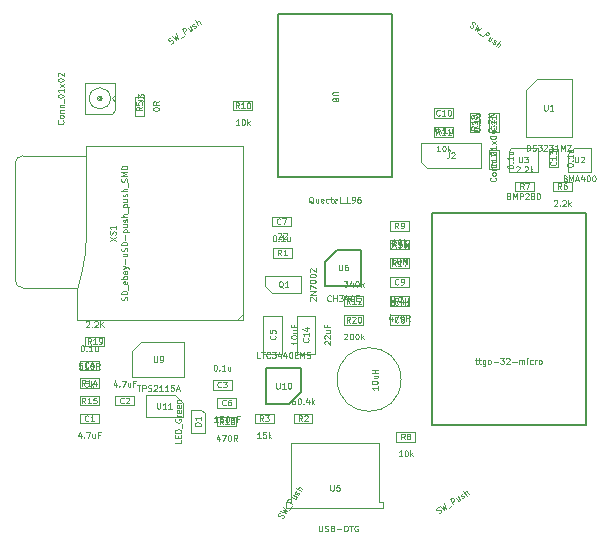
<source format=gbr>
%TF.GenerationSoftware,KiCad,Pcbnew,5.1.5+dfsg1-2~bpo10+1*%
%TF.CreationDate,Date%
%TF.ProjectId,osw,6f73772e-6b69-4636-9164-5f7063625858,1.0*%
%TF.SameCoordinates,Original*%
%TF.FileFunction,Other,Fab,Top*%
%FSLAX46Y46*%
G04 Gerber Fmt 4.6, Leading zero omitted, Abs format (unit mm)*
G04 Created by KiCad*
%MOMM*%
%LPD*%
G04 APERTURE LIST*
%ADD10C,0.120000*%
%ADD11C,0.100000*%
%ADD12C,0.050000*%
%ADD13C,0.150000*%
G04 APERTURE END LIST*
D10*
%TO.C,L1*%
X165600000Y-120200000D02*
G75*
G03X165600000Y-120200000I-2700000J0D01*
G01*
D11*
%TO.C,U2*%
X180200000Y-100600000D02*
X181700000Y-100600000D01*
X179700000Y-101100000D02*
X180200000Y-100600000D01*
X179700000Y-102600000D02*
X179700000Y-101100000D01*
X181700000Y-102600000D02*
X179700000Y-102600000D01*
X181700000Y-100600000D02*
X181700000Y-102600000D01*
D12*
%TO.C,XS1*%
X151700000Y-115150000D02*
X152200000Y-114650000D01*
X138900000Y-107800000D02*
X138800000Y-109500000D01*
X138800000Y-109500000D02*
X138500000Y-111300000D01*
X138500000Y-111300000D02*
X138200000Y-112500000D01*
X133600000Y-101250000D02*
X138900000Y-101250000D01*
X132900000Y-101950000D02*
X132900000Y-111750000D01*
X133600000Y-112450000D02*
X138200000Y-112450000D01*
X138200000Y-112450000D02*
X138200000Y-115150000D01*
X138900000Y-100450000D02*
X138900000Y-107800000D01*
X152200000Y-100450000D02*
X152200000Y-115150000D01*
X152200000Y-115150000D02*
X138200000Y-115150000D01*
X152200000Y-100450000D02*
X138900000Y-100450000D01*
X132900000Y-101950000D02*
G75*
G02X133600000Y-101250000I700000J0D01*
G01*
X132900000Y-111750000D02*
G75*
G03X133600000Y-112450000I700000J0D01*
G01*
D13*
%TO.C,U8*%
X155200000Y-103050000D02*
X155200000Y-89250000D01*
X164800000Y-103050000D02*
X164800000Y-89250000D01*
X155200000Y-103050000D02*
X164800000Y-103050000D01*
X155200000Y-89250000D02*
X164800000Y-89250000D01*
D11*
%TO.C,U9*%
X142850000Y-117750000D02*
X143600000Y-117000000D01*
X142850000Y-120000000D02*
X142850000Y-117750000D01*
X147250000Y-120000000D02*
X142850000Y-120000000D01*
X147250000Y-117000000D02*
X147250000Y-120000000D01*
X143600000Y-117000000D02*
X147250000Y-117000000D01*
%TO.C,J2*%
X167790000Y-102300000D02*
X167265000Y-101775000D01*
X172345000Y-102300000D02*
X167790000Y-102300000D01*
X172345000Y-100200000D02*
X172345000Y-102300000D01*
X167265000Y-100200000D02*
X172345000Y-100200000D01*
X167265000Y-101775000D02*
X167265000Y-100200000D01*
D13*
%TO.C,U10*%
X156150000Y-122250000D02*
X154150000Y-122250000D01*
X154150000Y-122250000D02*
X154150000Y-119250000D01*
X154150000Y-119250000D02*
X157150000Y-119250000D01*
X157150000Y-119250000D02*
X157150000Y-121250000D01*
X157150000Y-121250000D02*
X156150000Y-122250000D01*
D11*
%TO.C,R20*%
X160800000Y-115550000D02*
X160800000Y-114750000D01*
X160800000Y-114750000D02*
X162400000Y-114750000D01*
X162400000Y-114750000D02*
X162400000Y-115550000D01*
X162400000Y-115550000D02*
X160800000Y-115550000D01*
%TO.C,R12*%
X162400000Y-113150000D02*
X162400000Y-113950000D01*
X162400000Y-113950000D02*
X160800000Y-113950000D01*
X160800000Y-113950000D02*
X160800000Y-113150000D01*
X160800000Y-113150000D02*
X162400000Y-113150000D01*
%TO.C,R3*%
X153200000Y-123900000D02*
X153200000Y-123100000D01*
X153200000Y-123100000D02*
X154800000Y-123100000D01*
X154800000Y-123100000D02*
X154800000Y-123900000D01*
X154800000Y-123900000D02*
X153200000Y-123900000D01*
%TO.C,R2*%
X158100000Y-123100000D02*
X158100000Y-123900000D01*
X158100000Y-123900000D02*
X156500000Y-123900000D01*
X156500000Y-123900000D02*
X156500000Y-123100000D01*
X156500000Y-123100000D02*
X158100000Y-123100000D01*
%TO.C,C14*%
X158350000Y-118000000D02*
X156750000Y-118000000D01*
X156750000Y-118000000D02*
X156750000Y-114800000D01*
X156750000Y-114800000D02*
X158350000Y-114800000D01*
X158350000Y-114800000D02*
X158350000Y-118000000D01*
%TO.C,C6*%
X150050500Y-122574000D02*
X150050500Y-121774000D01*
X150050500Y-121774000D02*
X151650500Y-121774000D01*
X151650500Y-121774000D02*
X151650500Y-122574000D01*
X151650500Y-122574000D02*
X150050500Y-122574000D01*
%TO.C,C5*%
X155550000Y-118000000D02*
X153950000Y-118000000D01*
X153950000Y-118000000D02*
X153950000Y-114800000D01*
X153950000Y-114800000D02*
X155550000Y-114800000D01*
X155550000Y-114800000D02*
X155550000Y-118000000D01*
%TO.C,J3*%
X140300000Y-96400000D02*
G75*
G03X140300000Y-96400000I-200000J0D01*
G01*
X141400000Y-97400000D02*
X141400000Y-95100000D01*
X138800000Y-95100000D02*
X141400000Y-95100000D01*
X141100000Y-97700000D02*
X141400000Y-97400000D01*
X138800000Y-97700000D02*
X141100000Y-97700000D01*
X138800000Y-97700000D02*
X138800000Y-95100000D01*
X141000000Y-96400000D02*
G75*
G03X141000000Y-96400000I-900000J0D01*
G01*
X140225000Y-96400000D02*
G75*
G03X140225000Y-96400000I-125000J0D01*
G01*
X140150000Y-96400000D02*
G75*
G03X140150000Y-96400000I-50000J0D01*
G01*
X141400000Y-96700000D02*
X141100000Y-96400000D01*
X141100000Y-96400000D02*
X141400000Y-96100000D01*
%TO.C,R19*%
X140474500Y-116567000D02*
X140474500Y-117367000D01*
X140474500Y-117367000D02*
X138874500Y-117367000D01*
X138874500Y-117367000D02*
X138874500Y-116567000D01*
X138874500Y-116567000D02*
X140474500Y-116567000D01*
%TO.C,R18*%
X172200000Y-99250000D02*
X171400000Y-99250000D01*
X171400000Y-99250000D02*
X171400000Y-97650000D01*
X171400000Y-97650000D02*
X172200000Y-97650000D01*
X172200000Y-97650000D02*
X172200000Y-99250000D01*
%TO.C,C13*%
X178900000Y-102250000D02*
X178100000Y-102250000D01*
X178100000Y-102250000D02*
X178100000Y-100650000D01*
X178100000Y-100650000D02*
X178900000Y-100650000D01*
X178900000Y-100650000D02*
X178900000Y-102250000D01*
%TO.C,C12*%
X173850000Y-102400000D02*
X173050000Y-102400000D01*
X173050000Y-102400000D02*
X173050000Y-100800000D01*
X173050000Y-100800000D02*
X173850000Y-100800000D01*
X173850000Y-100800000D02*
X173850000Y-102400000D01*
%TO.C,C11*%
X173050000Y-97650000D02*
X173850000Y-97650000D01*
X173850000Y-97650000D02*
X173850000Y-99250000D01*
X173850000Y-99250000D02*
X173050000Y-99250000D01*
X173050000Y-99250000D02*
X173050000Y-97650000D01*
%TO.C,C10*%
X168397000Y-98035000D02*
X168397000Y-97235000D01*
X168397000Y-97235000D02*
X169997000Y-97235000D01*
X169997000Y-97235000D02*
X169997000Y-98035000D01*
X169997000Y-98035000D02*
X168397000Y-98035000D01*
%TO.C,C9*%
X164650000Y-112350000D02*
X164650000Y-111550000D01*
X164650000Y-111550000D02*
X166250000Y-111550000D01*
X166250000Y-111550000D02*
X166250000Y-112350000D01*
X166250000Y-112350000D02*
X164650000Y-112350000D01*
%TO.C,C8*%
X166250000Y-114750000D02*
X166250000Y-115550000D01*
X166250000Y-115550000D02*
X164650000Y-115550000D01*
X164650000Y-115550000D02*
X164650000Y-114750000D01*
X164650000Y-114750000D02*
X166250000Y-114750000D01*
%TO.C,C7*%
X154662500Y-107225000D02*
X154662500Y-106425000D01*
X154662500Y-106425000D02*
X156262500Y-106425000D01*
X156262500Y-106425000D02*
X156262500Y-107225000D01*
X156262500Y-107225000D02*
X154662500Y-107225000D01*
%TO.C,R17*%
X166262500Y-109950000D02*
X166262500Y-110750000D01*
X166262500Y-110750000D02*
X164662500Y-110750000D01*
X164662500Y-110750000D02*
X164662500Y-109950000D01*
X164662500Y-109950000D02*
X166262500Y-109950000D01*
%TO.C,R16*%
X164662500Y-109150000D02*
X164662500Y-108350000D01*
X164662500Y-108350000D02*
X166262500Y-108350000D01*
X166262500Y-108350000D02*
X166262500Y-109150000D01*
X166262500Y-109150000D02*
X164662500Y-109150000D01*
%TO.C,R5*%
X143846500Y-97853500D02*
X143046500Y-97853500D01*
X143046500Y-97853500D02*
X143046500Y-96253500D01*
X143046500Y-96253500D02*
X143846500Y-96253500D01*
X143846500Y-96253500D02*
X143846500Y-97853500D01*
%TO.C,R7*%
X175250000Y-103450000D02*
X176850000Y-103450000D01*
X175250000Y-104250000D02*
X175250000Y-103450000D01*
X176850000Y-104250000D02*
X175250000Y-104250000D01*
X176850000Y-103450000D02*
X176850000Y-104250000D01*
%TO.C,R6*%
X180050000Y-104250000D02*
X178450000Y-104250000D01*
X180050000Y-103450000D02*
X180050000Y-104250000D01*
X178450000Y-103450000D02*
X180050000Y-103450000D01*
X178450000Y-104250000D02*
X178450000Y-103450000D01*
%TO.C,U3*%
X174700000Y-102600000D02*
X174700000Y-100850000D01*
X174950000Y-100600000D02*
X174700000Y-100850000D01*
X177200000Y-100600000D02*
X174950000Y-100600000D01*
X177200000Y-100600000D02*
X177200000Y-102600000D01*
X174700000Y-102600000D02*
X177200000Y-102600000D01*
%TO.C,U1*%
X176150000Y-95725000D02*
X177125000Y-94750000D01*
X176150000Y-99650000D02*
X176150000Y-95725000D01*
X180050000Y-99650000D02*
X176150000Y-99650000D01*
X180050000Y-94750000D02*
X180050000Y-99650000D01*
X177125000Y-94750000D02*
X180050000Y-94750000D01*
D13*
%TO.C,U6*%
X159200000Y-110244000D02*
X160200000Y-109244000D01*
X159200000Y-112244000D02*
X159200000Y-110244000D01*
X162200000Y-112244000D02*
X159200000Y-112244000D01*
X162200000Y-109244000D02*
X162200000Y-112244000D01*
X160200000Y-109244000D02*
X162200000Y-109244000D01*
D11*
%TO.C,U11*%
X147100000Y-123350000D02*
X144000000Y-123350000D01*
X144000000Y-123350000D02*
X144000000Y-121550000D01*
X146450000Y-121550000D02*
X144000000Y-121550000D01*
X147100000Y-123350000D02*
X147100000Y-122200000D01*
X146450000Y-121550000D02*
X147100000Y-122200000D01*
%TO.C,R11*%
X169997000Y-99635000D02*
X168397000Y-99635000D01*
X169997000Y-98835000D02*
X169997000Y-99635000D01*
X168397000Y-98835000D02*
X169997000Y-98835000D01*
X168397000Y-99635000D02*
X168397000Y-98835000D01*
%TO.C,R10*%
X153000000Y-97400000D02*
X151400000Y-97400000D01*
X153000000Y-96600000D02*
X153000000Y-97400000D01*
X151400000Y-96600000D02*
X153000000Y-96600000D01*
X151400000Y-97400000D02*
X151400000Y-96600000D01*
%TO.C,R14*%
X138400000Y-120100000D02*
X140000000Y-120100000D01*
X138400000Y-120900000D02*
X138400000Y-120100000D01*
X140000000Y-120900000D02*
X138400000Y-120900000D01*
X140000000Y-120100000D02*
X140000000Y-120900000D01*
%TO.C,R4*%
X166250000Y-113950000D02*
X164650000Y-113950000D01*
X166250000Y-113150000D02*
X166250000Y-113950000D01*
X164650000Y-113150000D02*
X166250000Y-113150000D01*
X164650000Y-113950000D02*
X164650000Y-113150000D01*
%TO.C,R15*%
X138400000Y-121600000D02*
X140000000Y-121600000D01*
X138400000Y-122400000D02*
X138400000Y-121600000D01*
X140000000Y-122400000D02*
X138400000Y-122400000D01*
X140000000Y-121600000D02*
X140000000Y-122400000D01*
%TO.C,R13*%
X151650000Y-124154000D02*
X150050000Y-124154000D01*
X151650000Y-123354000D02*
X151650000Y-124154000D01*
X150050000Y-123354000D02*
X151650000Y-123354000D01*
X150050000Y-124154000D02*
X150050000Y-123354000D01*
%TO.C,R1*%
X154749500Y-109074000D02*
X156349500Y-109074000D01*
X154749500Y-109874000D02*
X154749500Y-109074000D01*
X156349500Y-109874000D02*
X154749500Y-109874000D01*
X156349500Y-109074000D02*
X156349500Y-109874000D01*
%TO.C,Q1*%
X157161000Y-112857000D02*
X157161000Y-111457000D01*
X154121000Y-111457000D02*
X157161000Y-111457000D01*
X154691000Y-112857000D02*
X154121000Y-112307000D01*
X154121000Y-112307000D02*
X154121000Y-111457000D01*
X154691000Y-112857000D02*
X157141000Y-112857000D01*
%TO.C,D1*%
X147800000Y-124746500D02*
X149000000Y-124746500D01*
X147800000Y-122746500D02*
X147800000Y-124746500D01*
X148700000Y-122746500D02*
X147800000Y-122746500D01*
X149000000Y-123046500D02*
X148700000Y-122746500D01*
X149000000Y-124746500D02*
X149000000Y-123046500D01*
%TO.C,C4*%
X138400000Y-118600000D02*
X140000000Y-118600000D01*
X138400000Y-119400000D02*
X138400000Y-118600000D01*
X140000000Y-119400000D02*
X138400000Y-119400000D01*
X140000000Y-118600000D02*
X140000000Y-119400000D01*
%TO.C,C3*%
X149650000Y-120250000D02*
X151250000Y-120250000D01*
X149650000Y-121050000D02*
X149650000Y-120250000D01*
X151250000Y-121050000D02*
X149650000Y-121050000D01*
X151250000Y-120250000D02*
X151250000Y-121050000D01*
%TO.C,C2*%
X141400000Y-121600000D02*
X143000000Y-121600000D01*
X141400000Y-122400000D02*
X141400000Y-121600000D01*
X143000000Y-122400000D02*
X141400000Y-122400000D01*
X143000000Y-121600000D02*
X143000000Y-122400000D01*
%TO.C,C1*%
X140000000Y-123900000D02*
X138400000Y-123900000D01*
X140000000Y-123100000D02*
X140000000Y-123900000D01*
X138400000Y-123100000D02*
X140000000Y-123100000D01*
X138400000Y-123900000D02*
X138400000Y-123100000D01*
%TO.C,R9*%
X166255500Y-107588000D02*
X164655500Y-107588000D01*
X166255500Y-106788000D02*
X166255500Y-107588000D01*
X164655500Y-106788000D02*
X166255500Y-106788000D01*
X164655500Y-107588000D02*
X164655500Y-106788000D01*
%TO.C,R8*%
X166800000Y-125450000D02*
X165200000Y-125450000D01*
X166800000Y-124650000D02*
X166800000Y-125450000D01*
X165200000Y-124650000D02*
X166800000Y-124650000D01*
X165200000Y-125450000D02*
X165200000Y-124650000D01*
D12*
%TO.C,U5*%
X163700000Y-125550000D02*
X156300000Y-125550000D01*
X155900000Y-130550000D02*
X156300000Y-130550000D01*
X155900000Y-131050000D02*
X155900000Y-130550000D01*
X164100000Y-130550000D02*
X163700000Y-130550000D01*
X164100000Y-131050000D02*
X164100000Y-130550000D01*
X156300000Y-125550000D02*
X156300000Y-130550000D01*
X155900000Y-131050000D02*
X164100000Y-131050000D01*
X163700000Y-130550000D02*
X163700000Y-125550000D01*
D13*
%TO.C,U7*%
X181216000Y-124050000D02*
X168216000Y-124050000D01*
X181216000Y-106100000D02*
X168216000Y-106100000D01*
X181216000Y-124050000D02*
X181216000Y-106100000D01*
X168216000Y-124050000D02*
X168216000Y-106100000D01*
%TD*%
%TO.C,L1*%
D11*
X163626190Y-120783333D02*
X163626190Y-121069047D01*
X163626190Y-120926190D02*
X163126190Y-120926190D01*
X163197619Y-120973809D01*
X163245238Y-121021428D01*
X163269047Y-121069047D01*
X163126190Y-120473809D02*
X163126190Y-120426190D01*
X163150000Y-120378571D01*
X163173809Y-120354761D01*
X163221428Y-120330952D01*
X163316666Y-120307142D01*
X163435714Y-120307142D01*
X163530952Y-120330952D01*
X163578571Y-120354761D01*
X163602380Y-120378571D01*
X163626190Y-120426190D01*
X163626190Y-120473809D01*
X163602380Y-120521428D01*
X163578571Y-120545238D01*
X163530952Y-120569047D01*
X163435714Y-120592857D01*
X163316666Y-120592857D01*
X163221428Y-120569047D01*
X163173809Y-120545238D01*
X163150000Y-120521428D01*
X163126190Y-120473809D01*
X163292857Y-119878571D02*
X163626190Y-119878571D01*
X163292857Y-120092857D02*
X163554761Y-120092857D01*
X163602380Y-120069047D01*
X163626190Y-120021428D01*
X163626190Y-119950000D01*
X163602380Y-119902380D01*
X163578571Y-119878571D01*
X163626190Y-119640476D02*
X163126190Y-119640476D01*
X163364285Y-119640476D02*
X163364285Y-119354761D01*
X163626190Y-119354761D02*
X163126190Y-119354761D01*
%TO.C,U2*%
X179521428Y-103164285D02*
X179592857Y-103188095D01*
X179616666Y-103211904D01*
X179640476Y-103259523D01*
X179640476Y-103330952D01*
X179616666Y-103378571D01*
X179592857Y-103402380D01*
X179545238Y-103426190D01*
X179354761Y-103426190D01*
X179354761Y-102926190D01*
X179521428Y-102926190D01*
X179569047Y-102950000D01*
X179592857Y-102973809D01*
X179616666Y-103021428D01*
X179616666Y-103069047D01*
X179592857Y-103116666D01*
X179569047Y-103140476D01*
X179521428Y-103164285D01*
X179354761Y-103164285D01*
X179854761Y-103426190D02*
X179854761Y-102926190D01*
X180021428Y-103283333D01*
X180188095Y-102926190D01*
X180188095Y-103426190D01*
X180402380Y-103283333D02*
X180640476Y-103283333D01*
X180354761Y-103426190D02*
X180521428Y-102926190D01*
X180688095Y-103426190D01*
X181069047Y-103092857D02*
X181069047Y-103426190D01*
X180950000Y-102902380D02*
X180830952Y-103259523D01*
X181140476Y-103259523D01*
X181426190Y-102926190D02*
X181473809Y-102926190D01*
X181521428Y-102950000D01*
X181545238Y-102973809D01*
X181569047Y-103021428D01*
X181592857Y-103116666D01*
X181592857Y-103235714D01*
X181569047Y-103330952D01*
X181545238Y-103378571D01*
X181521428Y-103402380D01*
X181473809Y-103426190D01*
X181426190Y-103426190D01*
X181378571Y-103402380D01*
X181354761Y-103378571D01*
X181330952Y-103330952D01*
X181307142Y-103235714D01*
X181307142Y-103116666D01*
X181330952Y-103021428D01*
X181354761Y-102973809D01*
X181378571Y-102950000D01*
X181426190Y-102926190D01*
X181902380Y-102926190D02*
X181950000Y-102926190D01*
X181997619Y-102950000D01*
X182021428Y-102973809D01*
X182045238Y-103021428D01*
X182069047Y-103116666D01*
X182069047Y-103235714D01*
X182045238Y-103330952D01*
X182021428Y-103378571D01*
X181997619Y-103402380D01*
X181950000Y-103426190D01*
X181902380Y-103426190D01*
X181854761Y-103402380D01*
X181830952Y-103378571D01*
X181807142Y-103330952D01*
X181783333Y-103235714D01*
X181783333Y-103116666D01*
X181807142Y-103021428D01*
X181830952Y-102973809D01*
X181854761Y-102950000D01*
X181902380Y-102926190D01*
X180319047Y-101326190D02*
X180319047Y-101730952D01*
X180342857Y-101778571D01*
X180366666Y-101802380D01*
X180414285Y-101826190D01*
X180509523Y-101826190D01*
X180557142Y-101802380D01*
X180580952Y-101778571D01*
X180604761Y-101730952D01*
X180604761Y-101326190D01*
X180819047Y-101373809D02*
X180842857Y-101350000D01*
X180890476Y-101326190D01*
X181009523Y-101326190D01*
X181057142Y-101350000D01*
X181080952Y-101373809D01*
X181104761Y-101421428D01*
X181104761Y-101469047D01*
X181080952Y-101540476D01*
X180795238Y-101826190D01*
X181104761Y-101826190D01*
%TO.C,XS1*%
X140926190Y-108442857D02*
X141426190Y-108109523D01*
X140926190Y-108109523D02*
X141426190Y-108442857D01*
X141402380Y-107942857D02*
X141426190Y-107871428D01*
X141426190Y-107752380D01*
X141402380Y-107704761D01*
X141378571Y-107680952D01*
X141330952Y-107657142D01*
X141283333Y-107657142D01*
X141235714Y-107680952D01*
X141211904Y-107704761D01*
X141188095Y-107752380D01*
X141164285Y-107847619D01*
X141140476Y-107895238D01*
X141116666Y-107919047D01*
X141069047Y-107942857D01*
X141021428Y-107942857D01*
X140973809Y-107919047D01*
X140950000Y-107895238D01*
X140926190Y-107847619D01*
X140926190Y-107728571D01*
X140950000Y-107657142D01*
X141426190Y-107180952D02*
X141426190Y-107466666D01*
X141426190Y-107323809D02*
X140926190Y-107323809D01*
X140997619Y-107371428D01*
X141045238Y-107419047D01*
X141069047Y-107466666D01*
X142402380Y-113490476D02*
X142426190Y-113419047D01*
X142426190Y-113300000D01*
X142402380Y-113252380D01*
X142378571Y-113228571D01*
X142330952Y-113204761D01*
X142283333Y-113204761D01*
X142235714Y-113228571D01*
X142211904Y-113252380D01*
X142188095Y-113300000D01*
X142164285Y-113395238D01*
X142140476Y-113442857D01*
X142116666Y-113466666D01*
X142069047Y-113490476D01*
X142021428Y-113490476D01*
X141973809Y-113466666D01*
X141950000Y-113442857D01*
X141926190Y-113395238D01*
X141926190Y-113276190D01*
X141950000Y-113204761D01*
X142426190Y-112990476D02*
X141926190Y-112990476D01*
X141926190Y-112871428D01*
X141950000Y-112800000D01*
X141997619Y-112752380D01*
X142045238Y-112728571D01*
X142140476Y-112704761D01*
X142211904Y-112704761D01*
X142307142Y-112728571D01*
X142354761Y-112752380D01*
X142402380Y-112800000D01*
X142426190Y-112871428D01*
X142426190Y-112990476D01*
X142473809Y-112609523D02*
X142473809Y-112228571D01*
X142402380Y-111919047D02*
X142426190Y-111966666D01*
X142426190Y-112061904D01*
X142402380Y-112109523D01*
X142354761Y-112133333D01*
X142164285Y-112133333D01*
X142116666Y-112109523D01*
X142092857Y-112061904D01*
X142092857Y-111966666D01*
X142116666Y-111919047D01*
X142164285Y-111895238D01*
X142211904Y-111895238D01*
X142259523Y-112133333D01*
X142426190Y-111680952D02*
X141926190Y-111680952D01*
X142116666Y-111680952D02*
X142092857Y-111633333D01*
X142092857Y-111538095D01*
X142116666Y-111490476D01*
X142140476Y-111466666D01*
X142188095Y-111442857D01*
X142330952Y-111442857D01*
X142378571Y-111466666D01*
X142402380Y-111490476D01*
X142426190Y-111538095D01*
X142426190Y-111633333D01*
X142402380Y-111680952D01*
X142426190Y-111014285D02*
X142164285Y-111014285D01*
X142116666Y-111038095D01*
X142092857Y-111085714D01*
X142092857Y-111180952D01*
X142116666Y-111228571D01*
X142402380Y-111014285D02*
X142426190Y-111061904D01*
X142426190Y-111180952D01*
X142402380Y-111228571D01*
X142354761Y-111252380D01*
X142307142Y-111252380D01*
X142259523Y-111228571D01*
X142235714Y-111180952D01*
X142235714Y-111061904D01*
X142211904Y-111014285D01*
X142092857Y-110823809D02*
X142426190Y-110704761D01*
X142092857Y-110585714D02*
X142426190Y-110704761D01*
X142545238Y-110752380D01*
X142569047Y-110776190D01*
X142592857Y-110823809D01*
X142235714Y-110395238D02*
X142235714Y-110014285D01*
X142092857Y-109561904D02*
X142426190Y-109561904D01*
X142092857Y-109776190D02*
X142354761Y-109776190D01*
X142402380Y-109752380D01*
X142426190Y-109704761D01*
X142426190Y-109633333D01*
X142402380Y-109585714D01*
X142378571Y-109561904D01*
X142402380Y-109347619D02*
X142426190Y-109276190D01*
X142426190Y-109157142D01*
X142402380Y-109109523D01*
X142378571Y-109085714D01*
X142330952Y-109061904D01*
X142283333Y-109061904D01*
X142235714Y-109085714D01*
X142211904Y-109109523D01*
X142188095Y-109157142D01*
X142164285Y-109252380D01*
X142140476Y-109300000D01*
X142116666Y-109323809D01*
X142069047Y-109347619D01*
X142021428Y-109347619D01*
X141973809Y-109323809D01*
X141950000Y-109300000D01*
X141926190Y-109252380D01*
X141926190Y-109133333D01*
X141950000Y-109061904D01*
X142426190Y-108847619D02*
X141926190Y-108847619D01*
X141926190Y-108728571D01*
X141950000Y-108657142D01*
X141997619Y-108609523D01*
X142045238Y-108585714D01*
X142140476Y-108561904D01*
X142211904Y-108561904D01*
X142307142Y-108585714D01*
X142354761Y-108609523D01*
X142402380Y-108657142D01*
X142426190Y-108728571D01*
X142426190Y-108847619D01*
X142235714Y-108347619D02*
X142235714Y-107966666D01*
X142092857Y-107728571D02*
X142592857Y-107728571D01*
X142116666Y-107728571D02*
X142092857Y-107680952D01*
X142092857Y-107585714D01*
X142116666Y-107538095D01*
X142140476Y-107514285D01*
X142188095Y-107490476D01*
X142330952Y-107490476D01*
X142378571Y-107514285D01*
X142402380Y-107538095D01*
X142426190Y-107585714D01*
X142426190Y-107680952D01*
X142402380Y-107728571D01*
X142092857Y-107061904D02*
X142426190Y-107061904D01*
X142092857Y-107276190D02*
X142354761Y-107276190D01*
X142402380Y-107252380D01*
X142426190Y-107204761D01*
X142426190Y-107133333D01*
X142402380Y-107085714D01*
X142378571Y-107061904D01*
X142402380Y-106847619D02*
X142426190Y-106800000D01*
X142426190Y-106704761D01*
X142402380Y-106657142D01*
X142354761Y-106633333D01*
X142330952Y-106633333D01*
X142283333Y-106657142D01*
X142259523Y-106704761D01*
X142259523Y-106776190D01*
X142235714Y-106823809D01*
X142188095Y-106847619D01*
X142164285Y-106847619D01*
X142116666Y-106823809D01*
X142092857Y-106776190D01*
X142092857Y-106704761D01*
X142116666Y-106657142D01*
X142426190Y-106419047D02*
X141926190Y-106419047D01*
X142426190Y-106204761D02*
X142164285Y-106204761D01*
X142116666Y-106228571D01*
X142092857Y-106276190D01*
X142092857Y-106347619D01*
X142116666Y-106395238D01*
X142140476Y-106419047D01*
X142473809Y-106085714D02*
X142473809Y-105704761D01*
X142092857Y-105585714D02*
X142592857Y-105585714D01*
X142116666Y-105585714D02*
X142092857Y-105538095D01*
X142092857Y-105442857D01*
X142116666Y-105395238D01*
X142140476Y-105371428D01*
X142188095Y-105347619D01*
X142330952Y-105347619D01*
X142378571Y-105371428D01*
X142402380Y-105395238D01*
X142426190Y-105442857D01*
X142426190Y-105538095D01*
X142402380Y-105585714D01*
X142092857Y-104919047D02*
X142426190Y-104919047D01*
X142092857Y-105133333D02*
X142354761Y-105133333D01*
X142402380Y-105109523D01*
X142426190Y-105061904D01*
X142426190Y-104990476D01*
X142402380Y-104942857D01*
X142378571Y-104919047D01*
X142402380Y-104704761D02*
X142426190Y-104657142D01*
X142426190Y-104561904D01*
X142402380Y-104514285D01*
X142354761Y-104490476D01*
X142330952Y-104490476D01*
X142283333Y-104514285D01*
X142259523Y-104561904D01*
X142259523Y-104633333D01*
X142235714Y-104680952D01*
X142188095Y-104704761D01*
X142164285Y-104704761D01*
X142116666Y-104680952D01*
X142092857Y-104633333D01*
X142092857Y-104561904D01*
X142116666Y-104514285D01*
X142426190Y-104276190D02*
X141926190Y-104276190D01*
X142426190Y-104061904D02*
X142164285Y-104061904D01*
X142116666Y-104085714D01*
X142092857Y-104133333D01*
X142092857Y-104204761D01*
X142116666Y-104252380D01*
X142140476Y-104276190D01*
X142473809Y-103942857D02*
X142473809Y-103561904D01*
X142402380Y-103466666D02*
X142426190Y-103395238D01*
X142426190Y-103276190D01*
X142402380Y-103228571D01*
X142378571Y-103204761D01*
X142330952Y-103180952D01*
X142283333Y-103180952D01*
X142235714Y-103204761D01*
X142211904Y-103228571D01*
X142188095Y-103276190D01*
X142164285Y-103371428D01*
X142140476Y-103419047D01*
X142116666Y-103442857D01*
X142069047Y-103466666D01*
X142021428Y-103466666D01*
X141973809Y-103442857D01*
X141950000Y-103419047D01*
X141926190Y-103371428D01*
X141926190Y-103252380D01*
X141950000Y-103180952D01*
X142426190Y-102966666D02*
X141926190Y-102966666D01*
X142283333Y-102800000D01*
X141926190Y-102633333D01*
X142426190Y-102633333D01*
X142426190Y-102395238D02*
X141926190Y-102395238D01*
X141926190Y-102276190D01*
X141950000Y-102204761D01*
X141997619Y-102157142D01*
X142045238Y-102133333D01*
X142140476Y-102109523D01*
X142211904Y-102109523D01*
X142307142Y-102133333D01*
X142354761Y-102157142D01*
X142402380Y-102204761D01*
X142426190Y-102276190D01*
X142426190Y-102395238D01*
%TO.C,U8*%
X158178571Y-105273809D02*
X158130952Y-105250000D01*
X158083333Y-105202380D01*
X158011904Y-105130952D01*
X157964285Y-105107142D01*
X157916666Y-105107142D01*
X157940476Y-105226190D02*
X157892857Y-105202380D01*
X157845238Y-105154761D01*
X157821428Y-105059523D01*
X157821428Y-104892857D01*
X157845238Y-104797619D01*
X157892857Y-104750000D01*
X157940476Y-104726190D01*
X158035714Y-104726190D01*
X158083333Y-104750000D01*
X158130952Y-104797619D01*
X158154761Y-104892857D01*
X158154761Y-105059523D01*
X158130952Y-105154761D01*
X158083333Y-105202380D01*
X158035714Y-105226190D01*
X157940476Y-105226190D01*
X158583333Y-104892857D02*
X158583333Y-105226190D01*
X158369047Y-104892857D02*
X158369047Y-105154761D01*
X158392857Y-105202380D01*
X158440476Y-105226190D01*
X158511904Y-105226190D01*
X158559523Y-105202380D01*
X158583333Y-105178571D01*
X159011904Y-105202380D02*
X158964285Y-105226190D01*
X158869047Y-105226190D01*
X158821428Y-105202380D01*
X158797619Y-105154761D01*
X158797619Y-104964285D01*
X158821428Y-104916666D01*
X158869047Y-104892857D01*
X158964285Y-104892857D01*
X159011904Y-104916666D01*
X159035714Y-104964285D01*
X159035714Y-105011904D01*
X158797619Y-105059523D01*
X159464285Y-105202380D02*
X159416666Y-105226190D01*
X159321428Y-105226190D01*
X159273809Y-105202380D01*
X159250000Y-105178571D01*
X159226190Y-105130952D01*
X159226190Y-104988095D01*
X159250000Y-104940476D01*
X159273809Y-104916666D01*
X159321428Y-104892857D01*
X159416666Y-104892857D01*
X159464285Y-104916666D01*
X159607142Y-104892857D02*
X159797619Y-104892857D01*
X159678571Y-104726190D02*
X159678571Y-105154761D01*
X159702380Y-105202380D01*
X159750000Y-105226190D01*
X159797619Y-105226190D01*
X160154761Y-105202380D02*
X160107142Y-105226190D01*
X160011904Y-105226190D01*
X159964285Y-105202380D01*
X159940476Y-105154761D01*
X159940476Y-104964285D01*
X159964285Y-104916666D01*
X160011904Y-104892857D01*
X160107142Y-104892857D01*
X160154761Y-104916666D01*
X160178571Y-104964285D01*
X160178571Y-105011904D01*
X159940476Y-105059523D01*
X160464285Y-105226190D02*
X160416666Y-105202380D01*
X160392857Y-105154761D01*
X160392857Y-104726190D01*
X160535714Y-105273809D02*
X160916666Y-105273809D01*
X161273809Y-105226190D02*
X161035714Y-105226190D01*
X161035714Y-104726190D01*
X161464285Y-105226190D02*
X161559523Y-105226190D01*
X161607142Y-105202380D01*
X161630952Y-105178571D01*
X161678571Y-105107142D01*
X161702380Y-105011904D01*
X161702380Y-104821428D01*
X161678571Y-104773809D01*
X161654761Y-104750000D01*
X161607142Y-104726190D01*
X161511904Y-104726190D01*
X161464285Y-104750000D01*
X161440476Y-104773809D01*
X161416666Y-104821428D01*
X161416666Y-104940476D01*
X161440476Y-104988095D01*
X161464285Y-105011904D01*
X161511904Y-105035714D01*
X161607142Y-105035714D01*
X161654761Y-105011904D01*
X161678571Y-104988095D01*
X161702380Y-104940476D01*
X162130952Y-104726190D02*
X162035714Y-104726190D01*
X161988095Y-104750000D01*
X161964285Y-104773809D01*
X161916666Y-104845238D01*
X161892857Y-104940476D01*
X161892857Y-105130952D01*
X161916666Y-105178571D01*
X161940476Y-105202380D01*
X161988095Y-105226190D01*
X162083333Y-105226190D01*
X162130952Y-105202380D01*
X162154761Y-105178571D01*
X162178571Y-105130952D01*
X162178571Y-105011904D01*
X162154761Y-104964285D01*
X162130952Y-104940476D01*
X162083333Y-104916666D01*
X161988095Y-104916666D01*
X161940476Y-104940476D01*
X161916666Y-104964285D01*
X161892857Y-105011904D01*
X160273809Y-95869047D02*
X159869047Y-95869047D01*
X159821428Y-95892857D01*
X159797619Y-95916666D01*
X159773809Y-95964285D01*
X159773809Y-96059523D01*
X159797619Y-96107142D01*
X159821428Y-96130952D01*
X159869047Y-96154761D01*
X160273809Y-96154761D01*
X160059523Y-96464285D02*
X160083333Y-96416666D01*
X160107142Y-96392857D01*
X160154761Y-96369047D01*
X160178571Y-96369047D01*
X160226190Y-96392857D01*
X160250000Y-96416666D01*
X160273809Y-96464285D01*
X160273809Y-96559523D01*
X160250000Y-96607142D01*
X160226190Y-96630952D01*
X160178571Y-96654761D01*
X160154761Y-96654761D01*
X160107142Y-96630952D01*
X160083333Y-96607142D01*
X160059523Y-96559523D01*
X160059523Y-96464285D01*
X160035714Y-96416666D01*
X160011904Y-96392857D01*
X159964285Y-96369047D01*
X159869047Y-96369047D01*
X159821428Y-96392857D01*
X159797619Y-96416666D01*
X159773809Y-96464285D01*
X159773809Y-96559523D01*
X159797619Y-96607142D01*
X159821428Y-96630952D01*
X159869047Y-96654761D01*
X159964285Y-96654761D01*
X160011904Y-96630952D01*
X160035714Y-96607142D01*
X160059523Y-96559523D01*
%TO.C,U9*%
X143252380Y-120676190D02*
X143538095Y-120676190D01*
X143395238Y-121176190D02*
X143395238Y-120676190D01*
X143704761Y-121176190D02*
X143704761Y-120676190D01*
X143895238Y-120676190D01*
X143942857Y-120700000D01*
X143966666Y-120723809D01*
X143990476Y-120771428D01*
X143990476Y-120842857D01*
X143966666Y-120890476D01*
X143942857Y-120914285D01*
X143895238Y-120938095D01*
X143704761Y-120938095D01*
X144180952Y-121152380D02*
X144252380Y-121176190D01*
X144371428Y-121176190D01*
X144419047Y-121152380D01*
X144442857Y-121128571D01*
X144466666Y-121080952D01*
X144466666Y-121033333D01*
X144442857Y-120985714D01*
X144419047Y-120961904D01*
X144371428Y-120938095D01*
X144276190Y-120914285D01*
X144228571Y-120890476D01*
X144204761Y-120866666D01*
X144180952Y-120819047D01*
X144180952Y-120771428D01*
X144204761Y-120723809D01*
X144228571Y-120700000D01*
X144276190Y-120676190D01*
X144395238Y-120676190D01*
X144466666Y-120700000D01*
X144657142Y-120723809D02*
X144680952Y-120700000D01*
X144728571Y-120676190D01*
X144847619Y-120676190D01*
X144895238Y-120700000D01*
X144919047Y-120723809D01*
X144942857Y-120771428D01*
X144942857Y-120819047D01*
X144919047Y-120890476D01*
X144633333Y-121176190D01*
X144942857Y-121176190D01*
X145419047Y-121176190D02*
X145133333Y-121176190D01*
X145276190Y-121176190D02*
X145276190Y-120676190D01*
X145228571Y-120747619D01*
X145180952Y-120795238D01*
X145133333Y-120819047D01*
X145895238Y-121176190D02*
X145609523Y-121176190D01*
X145752380Y-121176190D02*
X145752380Y-120676190D01*
X145704761Y-120747619D01*
X145657142Y-120795238D01*
X145609523Y-120819047D01*
X146347619Y-120676190D02*
X146109523Y-120676190D01*
X146085714Y-120914285D01*
X146109523Y-120890476D01*
X146157142Y-120866666D01*
X146276190Y-120866666D01*
X146323809Y-120890476D01*
X146347619Y-120914285D01*
X146371428Y-120961904D01*
X146371428Y-121080952D01*
X146347619Y-121128571D01*
X146323809Y-121152380D01*
X146276190Y-121176190D01*
X146157142Y-121176190D01*
X146109523Y-121152380D01*
X146085714Y-121128571D01*
X146561904Y-121033333D02*
X146800000Y-121033333D01*
X146514285Y-121176190D02*
X146680952Y-120676190D01*
X146847619Y-121176190D01*
X144669047Y-118226190D02*
X144669047Y-118630952D01*
X144692857Y-118678571D01*
X144716666Y-118702380D01*
X144764285Y-118726190D01*
X144859523Y-118726190D01*
X144907142Y-118702380D01*
X144930952Y-118678571D01*
X144954761Y-118630952D01*
X144954761Y-118226190D01*
X145216666Y-118726190D02*
X145311904Y-118726190D01*
X145359523Y-118702380D01*
X145383333Y-118678571D01*
X145430952Y-118607142D01*
X145454761Y-118511904D01*
X145454761Y-118321428D01*
X145430952Y-118273809D01*
X145407142Y-118250000D01*
X145359523Y-118226190D01*
X145264285Y-118226190D01*
X145216666Y-118250000D01*
X145192857Y-118273809D01*
X145169047Y-118321428D01*
X145169047Y-118440476D01*
X145192857Y-118488095D01*
X145216666Y-118511904D01*
X145264285Y-118535714D01*
X145359523Y-118535714D01*
X145407142Y-118511904D01*
X145430952Y-118488095D01*
X145454761Y-118440476D01*
%TO.C,J2*%
X173583571Y-103119047D02*
X173607380Y-103142857D01*
X173631190Y-103214285D01*
X173631190Y-103261904D01*
X173607380Y-103333333D01*
X173559761Y-103380952D01*
X173512142Y-103404761D01*
X173416904Y-103428571D01*
X173345476Y-103428571D01*
X173250238Y-103404761D01*
X173202619Y-103380952D01*
X173155000Y-103333333D01*
X173131190Y-103261904D01*
X173131190Y-103214285D01*
X173155000Y-103142857D01*
X173178809Y-103119047D01*
X173631190Y-102833333D02*
X173607380Y-102880952D01*
X173583571Y-102904761D01*
X173535952Y-102928571D01*
X173393095Y-102928571D01*
X173345476Y-102904761D01*
X173321666Y-102880952D01*
X173297857Y-102833333D01*
X173297857Y-102761904D01*
X173321666Y-102714285D01*
X173345476Y-102690476D01*
X173393095Y-102666666D01*
X173535952Y-102666666D01*
X173583571Y-102690476D01*
X173607380Y-102714285D01*
X173631190Y-102761904D01*
X173631190Y-102833333D01*
X173297857Y-102452380D02*
X173631190Y-102452380D01*
X173345476Y-102452380D02*
X173321666Y-102428571D01*
X173297857Y-102380952D01*
X173297857Y-102309523D01*
X173321666Y-102261904D01*
X173369285Y-102238095D01*
X173631190Y-102238095D01*
X173297857Y-102000000D02*
X173631190Y-102000000D01*
X173345476Y-102000000D02*
X173321666Y-101976190D01*
X173297857Y-101928571D01*
X173297857Y-101857142D01*
X173321666Y-101809523D01*
X173369285Y-101785714D01*
X173631190Y-101785714D01*
X173678809Y-101666666D02*
X173678809Y-101285714D01*
X173131190Y-101071428D02*
X173131190Y-101023809D01*
X173155000Y-100976190D01*
X173178809Y-100952380D01*
X173226428Y-100928571D01*
X173321666Y-100904761D01*
X173440714Y-100904761D01*
X173535952Y-100928571D01*
X173583571Y-100952380D01*
X173607380Y-100976190D01*
X173631190Y-101023809D01*
X173631190Y-101071428D01*
X173607380Y-101119047D01*
X173583571Y-101142857D01*
X173535952Y-101166666D01*
X173440714Y-101190476D01*
X173321666Y-101190476D01*
X173226428Y-101166666D01*
X173178809Y-101142857D01*
X173155000Y-101119047D01*
X173131190Y-101071428D01*
X173631190Y-100428571D02*
X173631190Y-100714285D01*
X173631190Y-100571428D02*
X173131190Y-100571428D01*
X173202619Y-100619047D01*
X173250238Y-100666666D01*
X173274047Y-100714285D01*
X173631190Y-100261904D02*
X173297857Y-100000000D01*
X173297857Y-100261904D02*
X173631190Y-100000000D01*
X173131190Y-99714285D02*
X173131190Y-99666666D01*
X173155000Y-99619047D01*
X173178809Y-99595238D01*
X173226428Y-99571428D01*
X173321666Y-99547619D01*
X173440714Y-99547619D01*
X173535952Y-99571428D01*
X173583571Y-99595238D01*
X173607380Y-99619047D01*
X173631190Y-99666666D01*
X173631190Y-99714285D01*
X173607380Y-99761904D01*
X173583571Y-99785714D01*
X173535952Y-99809523D01*
X173440714Y-99833333D01*
X173321666Y-99833333D01*
X173226428Y-99809523D01*
X173178809Y-99785714D01*
X173155000Y-99761904D01*
X173131190Y-99714285D01*
X173297857Y-99119047D02*
X173631190Y-99119047D01*
X173107380Y-99238095D02*
X173464523Y-99357142D01*
X173464523Y-99047619D01*
X169638333Y-100976190D02*
X169638333Y-101333333D01*
X169614523Y-101404761D01*
X169566904Y-101452380D01*
X169495476Y-101476190D01*
X169447857Y-101476190D01*
X169852619Y-101023809D02*
X169876428Y-101000000D01*
X169924047Y-100976190D01*
X170043095Y-100976190D01*
X170090714Y-101000000D01*
X170114523Y-101023809D01*
X170138333Y-101071428D01*
X170138333Y-101119047D01*
X170114523Y-101190476D01*
X169828809Y-101476190D01*
X170138333Y-101476190D01*
%TO.C,U10*%
X153661904Y-118376190D02*
X153423809Y-118376190D01*
X153423809Y-117876190D01*
X153757142Y-117876190D02*
X154042857Y-117876190D01*
X153900000Y-118376190D02*
X153900000Y-117876190D01*
X154495238Y-118328571D02*
X154471428Y-118352380D01*
X154400000Y-118376190D01*
X154352380Y-118376190D01*
X154280952Y-118352380D01*
X154233333Y-118304761D01*
X154209523Y-118257142D01*
X154185714Y-118161904D01*
X154185714Y-118090476D01*
X154209523Y-117995238D01*
X154233333Y-117947619D01*
X154280952Y-117900000D01*
X154352380Y-117876190D01*
X154400000Y-117876190D01*
X154471428Y-117900000D01*
X154495238Y-117923809D01*
X154661904Y-117876190D02*
X154971428Y-117876190D01*
X154804761Y-118066666D01*
X154876190Y-118066666D01*
X154923809Y-118090476D01*
X154947619Y-118114285D01*
X154971428Y-118161904D01*
X154971428Y-118280952D01*
X154947619Y-118328571D01*
X154923809Y-118352380D01*
X154876190Y-118376190D01*
X154733333Y-118376190D01*
X154685714Y-118352380D01*
X154661904Y-118328571D01*
X155400000Y-118042857D02*
X155400000Y-118376190D01*
X155280952Y-117852380D02*
X155161904Y-118209523D01*
X155471428Y-118209523D01*
X155876190Y-118042857D02*
X155876190Y-118376190D01*
X155757142Y-117852380D02*
X155638095Y-118209523D01*
X155947619Y-118209523D01*
X156233333Y-117876190D02*
X156280952Y-117876190D01*
X156328571Y-117900000D01*
X156352380Y-117923809D01*
X156376190Y-117971428D01*
X156400000Y-118066666D01*
X156400000Y-118185714D01*
X156376190Y-118280952D01*
X156352380Y-118328571D01*
X156328571Y-118352380D01*
X156280952Y-118376190D01*
X156233333Y-118376190D01*
X156185714Y-118352380D01*
X156161904Y-118328571D01*
X156138095Y-118280952D01*
X156114285Y-118185714D01*
X156114285Y-118066666D01*
X156138095Y-117971428D01*
X156161904Y-117923809D01*
X156185714Y-117900000D01*
X156233333Y-117876190D01*
X156614285Y-118114285D02*
X156780952Y-118114285D01*
X156852380Y-118376190D02*
X156614285Y-118376190D01*
X156614285Y-117876190D01*
X156852380Y-117876190D01*
X157066666Y-118376190D02*
X157066666Y-117876190D01*
X157233333Y-118233333D01*
X157400000Y-117876190D01*
X157400000Y-118376190D01*
X157614285Y-118352380D02*
X157685714Y-118376190D01*
X157804761Y-118376190D01*
X157852380Y-118352380D01*
X157876190Y-118328571D01*
X157900000Y-118280952D01*
X157900000Y-118233333D01*
X157876190Y-118185714D01*
X157852380Y-118161904D01*
X157804761Y-118138095D01*
X157709523Y-118114285D01*
X157661904Y-118090476D01*
X157638095Y-118066666D01*
X157614285Y-118019047D01*
X157614285Y-117971428D01*
X157638095Y-117923809D01*
X157661904Y-117900000D01*
X157709523Y-117876190D01*
X157828571Y-117876190D01*
X157900000Y-117900000D01*
X155030952Y-120476190D02*
X155030952Y-120880952D01*
X155054761Y-120928571D01*
X155078571Y-120952380D01*
X155126190Y-120976190D01*
X155221428Y-120976190D01*
X155269047Y-120952380D01*
X155292857Y-120928571D01*
X155316666Y-120880952D01*
X155316666Y-120476190D01*
X155816666Y-120976190D02*
X155530952Y-120976190D01*
X155673809Y-120976190D02*
X155673809Y-120476190D01*
X155626190Y-120547619D01*
X155578571Y-120595238D01*
X155530952Y-120619047D01*
X156126190Y-120476190D02*
X156173809Y-120476190D01*
X156221428Y-120500000D01*
X156245238Y-120523809D01*
X156269047Y-120571428D01*
X156292857Y-120666666D01*
X156292857Y-120785714D01*
X156269047Y-120880952D01*
X156245238Y-120928571D01*
X156221428Y-120952380D01*
X156173809Y-120976190D01*
X156126190Y-120976190D01*
X156078571Y-120952380D01*
X156054761Y-120928571D01*
X156030952Y-120880952D01*
X156007142Y-120785714D01*
X156007142Y-120666666D01*
X156030952Y-120571428D01*
X156054761Y-120523809D01*
X156078571Y-120500000D01*
X156126190Y-120476190D01*
%TO.C,R20*%
X160778571Y-116353809D02*
X160802380Y-116330000D01*
X160850000Y-116306190D01*
X160969047Y-116306190D01*
X161016666Y-116330000D01*
X161040476Y-116353809D01*
X161064285Y-116401428D01*
X161064285Y-116449047D01*
X161040476Y-116520476D01*
X160754761Y-116806190D01*
X161064285Y-116806190D01*
X161373809Y-116306190D02*
X161421428Y-116306190D01*
X161469047Y-116330000D01*
X161492857Y-116353809D01*
X161516666Y-116401428D01*
X161540476Y-116496666D01*
X161540476Y-116615714D01*
X161516666Y-116710952D01*
X161492857Y-116758571D01*
X161469047Y-116782380D01*
X161421428Y-116806190D01*
X161373809Y-116806190D01*
X161326190Y-116782380D01*
X161302380Y-116758571D01*
X161278571Y-116710952D01*
X161254761Y-116615714D01*
X161254761Y-116496666D01*
X161278571Y-116401428D01*
X161302380Y-116353809D01*
X161326190Y-116330000D01*
X161373809Y-116306190D01*
X161850000Y-116306190D02*
X161897619Y-116306190D01*
X161945238Y-116330000D01*
X161969047Y-116353809D01*
X161992857Y-116401428D01*
X162016666Y-116496666D01*
X162016666Y-116615714D01*
X161992857Y-116710952D01*
X161969047Y-116758571D01*
X161945238Y-116782380D01*
X161897619Y-116806190D01*
X161850000Y-116806190D01*
X161802380Y-116782380D01*
X161778571Y-116758571D01*
X161754761Y-116710952D01*
X161730952Y-116615714D01*
X161730952Y-116496666D01*
X161754761Y-116401428D01*
X161778571Y-116353809D01*
X161802380Y-116330000D01*
X161850000Y-116306190D01*
X162230952Y-116806190D02*
X162230952Y-116306190D01*
X162278571Y-116615714D02*
X162421428Y-116806190D01*
X162421428Y-116472857D02*
X162230952Y-116663333D01*
X161278571Y-115376190D02*
X161111904Y-115138095D01*
X160992857Y-115376190D02*
X160992857Y-114876190D01*
X161183333Y-114876190D01*
X161230952Y-114900000D01*
X161254761Y-114923809D01*
X161278571Y-114971428D01*
X161278571Y-115042857D01*
X161254761Y-115090476D01*
X161230952Y-115114285D01*
X161183333Y-115138095D01*
X160992857Y-115138095D01*
X161469047Y-114923809D02*
X161492857Y-114900000D01*
X161540476Y-114876190D01*
X161659523Y-114876190D01*
X161707142Y-114900000D01*
X161730952Y-114923809D01*
X161754761Y-114971428D01*
X161754761Y-115019047D01*
X161730952Y-115090476D01*
X161445238Y-115376190D01*
X161754761Y-115376190D01*
X162064285Y-114876190D02*
X162111904Y-114876190D01*
X162159523Y-114900000D01*
X162183333Y-114923809D01*
X162207142Y-114971428D01*
X162230952Y-115066666D01*
X162230952Y-115185714D01*
X162207142Y-115280952D01*
X162183333Y-115328571D01*
X162159523Y-115352380D01*
X162111904Y-115376190D01*
X162064285Y-115376190D01*
X162016666Y-115352380D01*
X161992857Y-115328571D01*
X161969047Y-115280952D01*
X161945238Y-115185714D01*
X161945238Y-115066666D01*
X161969047Y-114971428D01*
X161992857Y-114923809D01*
X162016666Y-114900000D01*
X162064285Y-114876190D01*
%TO.C,R12*%
X160754761Y-111846190D02*
X161064285Y-111846190D01*
X160897619Y-112036666D01*
X160969047Y-112036666D01*
X161016666Y-112060476D01*
X161040476Y-112084285D01*
X161064285Y-112131904D01*
X161064285Y-112250952D01*
X161040476Y-112298571D01*
X161016666Y-112322380D01*
X160969047Y-112346190D01*
X160826190Y-112346190D01*
X160778571Y-112322380D01*
X160754761Y-112298571D01*
X161492857Y-112012857D02*
X161492857Y-112346190D01*
X161373809Y-111822380D02*
X161254761Y-112179523D01*
X161564285Y-112179523D01*
X161850000Y-111846190D02*
X161897619Y-111846190D01*
X161945238Y-111870000D01*
X161969047Y-111893809D01*
X161992857Y-111941428D01*
X162016666Y-112036666D01*
X162016666Y-112155714D01*
X161992857Y-112250952D01*
X161969047Y-112298571D01*
X161945238Y-112322380D01*
X161897619Y-112346190D01*
X161850000Y-112346190D01*
X161802380Y-112322380D01*
X161778571Y-112298571D01*
X161754761Y-112250952D01*
X161730952Y-112155714D01*
X161730952Y-112036666D01*
X161754761Y-111941428D01*
X161778571Y-111893809D01*
X161802380Y-111870000D01*
X161850000Y-111846190D01*
X162230952Y-112346190D02*
X162230952Y-111846190D01*
X162278571Y-112155714D02*
X162421428Y-112346190D01*
X162421428Y-112012857D02*
X162230952Y-112203333D01*
X161278571Y-113776190D02*
X161111904Y-113538095D01*
X160992857Y-113776190D02*
X160992857Y-113276190D01*
X161183333Y-113276190D01*
X161230952Y-113300000D01*
X161254761Y-113323809D01*
X161278571Y-113371428D01*
X161278571Y-113442857D01*
X161254761Y-113490476D01*
X161230952Y-113514285D01*
X161183333Y-113538095D01*
X160992857Y-113538095D01*
X161754761Y-113776190D02*
X161469047Y-113776190D01*
X161611904Y-113776190D02*
X161611904Y-113276190D01*
X161564285Y-113347619D01*
X161516666Y-113395238D01*
X161469047Y-113419047D01*
X161945238Y-113323809D02*
X161969047Y-113300000D01*
X162016666Y-113276190D01*
X162135714Y-113276190D01*
X162183333Y-113300000D01*
X162207142Y-113323809D01*
X162230952Y-113371428D01*
X162230952Y-113419047D01*
X162207142Y-113490476D01*
X161921428Y-113776190D01*
X162230952Y-113776190D01*
%TO.C,R3*%
X153702380Y-125156190D02*
X153416666Y-125156190D01*
X153559523Y-125156190D02*
X153559523Y-124656190D01*
X153511904Y-124727619D01*
X153464285Y-124775238D01*
X153416666Y-124799047D01*
X154154761Y-124656190D02*
X153916666Y-124656190D01*
X153892857Y-124894285D01*
X153916666Y-124870476D01*
X153964285Y-124846666D01*
X154083333Y-124846666D01*
X154130952Y-124870476D01*
X154154761Y-124894285D01*
X154178571Y-124941904D01*
X154178571Y-125060952D01*
X154154761Y-125108571D01*
X154130952Y-125132380D01*
X154083333Y-125156190D01*
X153964285Y-125156190D01*
X153916666Y-125132380D01*
X153892857Y-125108571D01*
X154392857Y-125156190D02*
X154392857Y-124656190D01*
X154440476Y-124965714D02*
X154583333Y-125156190D01*
X154583333Y-124822857D02*
X154392857Y-125013333D01*
X153916666Y-123726190D02*
X153750000Y-123488095D01*
X153630952Y-123726190D02*
X153630952Y-123226190D01*
X153821428Y-123226190D01*
X153869047Y-123250000D01*
X153892857Y-123273809D01*
X153916666Y-123321428D01*
X153916666Y-123392857D01*
X153892857Y-123440476D01*
X153869047Y-123464285D01*
X153821428Y-123488095D01*
X153630952Y-123488095D01*
X154083333Y-123226190D02*
X154392857Y-123226190D01*
X154226190Y-123416666D01*
X154297619Y-123416666D01*
X154345238Y-123440476D01*
X154369047Y-123464285D01*
X154392857Y-123511904D01*
X154392857Y-123630952D01*
X154369047Y-123678571D01*
X154345238Y-123702380D01*
X154297619Y-123726190D01*
X154154761Y-123726190D01*
X154107142Y-123702380D01*
X154083333Y-123678571D01*
%TO.C,R2*%
X156597619Y-121796190D02*
X156502380Y-121796190D01*
X156454761Y-121820000D01*
X156430952Y-121843809D01*
X156383333Y-121915238D01*
X156359523Y-122010476D01*
X156359523Y-122200952D01*
X156383333Y-122248571D01*
X156407142Y-122272380D01*
X156454761Y-122296190D01*
X156550000Y-122296190D01*
X156597619Y-122272380D01*
X156621428Y-122248571D01*
X156645238Y-122200952D01*
X156645238Y-122081904D01*
X156621428Y-122034285D01*
X156597619Y-122010476D01*
X156550000Y-121986666D01*
X156454761Y-121986666D01*
X156407142Y-122010476D01*
X156383333Y-122034285D01*
X156359523Y-122081904D01*
X156954761Y-121796190D02*
X157002380Y-121796190D01*
X157050000Y-121820000D01*
X157073809Y-121843809D01*
X157097619Y-121891428D01*
X157121428Y-121986666D01*
X157121428Y-122105714D01*
X157097619Y-122200952D01*
X157073809Y-122248571D01*
X157050000Y-122272380D01*
X157002380Y-122296190D01*
X156954761Y-122296190D01*
X156907142Y-122272380D01*
X156883333Y-122248571D01*
X156859523Y-122200952D01*
X156835714Y-122105714D01*
X156835714Y-121986666D01*
X156859523Y-121891428D01*
X156883333Y-121843809D01*
X156907142Y-121820000D01*
X156954761Y-121796190D01*
X157335714Y-122248571D02*
X157359523Y-122272380D01*
X157335714Y-122296190D01*
X157311904Y-122272380D01*
X157335714Y-122248571D01*
X157335714Y-122296190D01*
X157788095Y-121962857D02*
X157788095Y-122296190D01*
X157669047Y-121772380D02*
X157550000Y-122129523D01*
X157859523Y-122129523D01*
X158050000Y-122296190D02*
X158050000Y-121796190D01*
X158097619Y-122105714D02*
X158240476Y-122296190D01*
X158240476Y-121962857D02*
X158050000Y-122153333D01*
X157216666Y-123726190D02*
X157050000Y-123488095D01*
X156930952Y-123726190D02*
X156930952Y-123226190D01*
X157121428Y-123226190D01*
X157169047Y-123250000D01*
X157192857Y-123273809D01*
X157216666Y-123321428D01*
X157216666Y-123392857D01*
X157192857Y-123440476D01*
X157169047Y-123464285D01*
X157121428Y-123488095D01*
X156930952Y-123488095D01*
X157407142Y-123273809D02*
X157430952Y-123250000D01*
X157478571Y-123226190D01*
X157597619Y-123226190D01*
X157645238Y-123250000D01*
X157669047Y-123273809D01*
X157692857Y-123321428D01*
X157692857Y-123369047D01*
X157669047Y-123440476D01*
X157383333Y-123726190D01*
X157692857Y-123726190D01*
%TO.C,C14*%
X159143809Y-117221428D02*
X159120000Y-117197619D01*
X159096190Y-117150000D01*
X159096190Y-117030952D01*
X159120000Y-116983333D01*
X159143809Y-116959523D01*
X159191428Y-116935714D01*
X159239047Y-116935714D01*
X159310476Y-116959523D01*
X159596190Y-117245238D01*
X159596190Y-116935714D01*
X159143809Y-116745238D02*
X159120000Y-116721428D01*
X159096190Y-116673809D01*
X159096190Y-116554761D01*
X159120000Y-116507142D01*
X159143809Y-116483333D01*
X159191428Y-116459523D01*
X159239047Y-116459523D01*
X159310476Y-116483333D01*
X159596190Y-116769047D01*
X159596190Y-116459523D01*
X159262857Y-116030952D02*
X159596190Y-116030952D01*
X159262857Y-116245238D02*
X159524761Y-116245238D01*
X159572380Y-116221428D01*
X159596190Y-116173809D01*
X159596190Y-116102380D01*
X159572380Y-116054761D01*
X159548571Y-116030952D01*
X159334285Y-115626190D02*
X159334285Y-115792857D01*
X159596190Y-115792857D02*
X159096190Y-115792857D01*
X159096190Y-115554761D01*
X157728571Y-116721428D02*
X157752380Y-116745238D01*
X157776190Y-116816666D01*
X157776190Y-116864285D01*
X157752380Y-116935714D01*
X157704761Y-116983333D01*
X157657142Y-117007142D01*
X157561904Y-117030952D01*
X157490476Y-117030952D01*
X157395238Y-117007142D01*
X157347619Y-116983333D01*
X157300000Y-116935714D01*
X157276190Y-116864285D01*
X157276190Y-116816666D01*
X157300000Y-116745238D01*
X157323809Y-116721428D01*
X157776190Y-116245238D02*
X157776190Y-116530952D01*
X157776190Y-116388095D02*
X157276190Y-116388095D01*
X157347619Y-116435714D01*
X157395238Y-116483333D01*
X157419047Y-116530952D01*
X157442857Y-115816666D02*
X157776190Y-115816666D01*
X157252380Y-115935714D02*
X157609523Y-116054761D01*
X157609523Y-115745238D01*
%TO.C,C6*%
X150076690Y-123830190D02*
X149790976Y-123830190D01*
X149933833Y-123830190D02*
X149933833Y-123330190D01*
X149886214Y-123401619D01*
X149838595Y-123449238D01*
X149790976Y-123473047D01*
X150529071Y-123330190D02*
X150290976Y-123330190D01*
X150267166Y-123568285D01*
X150290976Y-123544476D01*
X150338595Y-123520666D01*
X150457642Y-123520666D01*
X150505261Y-123544476D01*
X150529071Y-123568285D01*
X150552880Y-123615904D01*
X150552880Y-123734952D01*
X150529071Y-123782571D01*
X150505261Y-123806380D01*
X150457642Y-123830190D01*
X150338595Y-123830190D01*
X150290976Y-123806380D01*
X150267166Y-123782571D01*
X150862404Y-123330190D02*
X150910023Y-123330190D01*
X150957642Y-123354000D01*
X150981452Y-123377809D01*
X151005261Y-123425428D01*
X151029071Y-123520666D01*
X151029071Y-123639714D01*
X151005261Y-123734952D01*
X150981452Y-123782571D01*
X150957642Y-123806380D01*
X150910023Y-123830190D01*
X150862404Y-123830190D01*
X150814785Y-123806380D01*
X150790976Y-123782571D01*
X150767166Y-123734952D01*
X150743357Y-123639714D01*
X150743357Y-123520666D01*
X150767166Y-123425428D01*
X150790976Y-123377809D01*
X150814785Y-123354000D01*
X150862404Y-123330190D01*
X151243357Y-123496857D02*
X151243357Y-123996857D01*
X151243357Y-123520666D02*
X151290976Y-123496857D01*
X151386214Y-123496857D01*
X151433833Y-123520666D01*
X151457642Y-123544476D01*
X151481452Y-123592095D01*
X151481452Y-123734952D01*
X151457642Y-123782571D01*
X151433833Y-123806380D01*
X151386214Y-123830190D01*
X151290976Y-123830190D01*
X151243357Y-123806380D01*
X151862404Y-123568285D02*
X151695738Y-123568285D01*
X151695738Y-123830190D02*
X151695738Y-123330190D01*
X151933833Y-123330190D01*
X150767166Y-122352571D02*
X150743357Y-122376380D01*
X150671928Y-122400190D01*
X150624309Y-122400190D01*
X150552880Y-122376380D01*
X150505261Y-122328761D01*
X150481452Y-122281142D01*
X150457642Y-122185904D01*
X150457642Y-122114476D01*
X150481452Y-122019238D01*
X150505261Y-121971619D01*
X150552880Y-121924000D01*
X150624309Y-121900190D01*
X150671928Y-121900190D01*
X150743357Y-121924000D01*
X150767166Y-121947809D01*
X151195738Y-121900190D02*
X151100500Y-121900190D01*
X151052880Y-121924000D01*
X151029071Y-121947809D01*
X150981452Y-122019238D01*
X150957642Y-122114476D01*
X150957642Y-122304952D01*
X150981452Y-122352571D01*
X151005261Y-122376380D01*
X151052880Y-122400190D01*
X151148119Y-122400190D01*
X151195738Y-122376380D01*
X151219547Y-122352571D01*
X151243357Y-122304952D01*
X151243357Y-122185904D01*
X151219547Y-122138285D01*
X151195738Y-122114476D01*
X151148119Y-122090666D01*
X151052880Y-122090666D01*
X151005261Y-122114476D01*
X150981452Y-122138285D01*
X150957642Y-122185904D01*
%TO.C,C5*%
X156796190Y-116935714D02*
X156796190Y-117221428D01*
X156796190Y-117078571D02*
X156296190Y-117078571D01*
X156367619Y-117126190D01*
X156415238Y-117173809D01*
X156439047Y-117221428D01*
X156296190Y-116626190D02*
X156296190Y-116578571D01*
X156320000Y-116530952D01*
X156343809Y-116507142D01*
X156391428Y-116483333D01*
X156486666Y-116459523D01*
X156605714Y-116459523D01*
X156700952Y-116483333D01*
X156748571Y-116507142D01*
X156772380Y-116530952D01*
X156796190Y-116578571D01*
X156796190Y-116626190D01*
X156772380Y-116673809D01*
X156748571Y-116697619D01*
X156700952Y-116721428D01*
X156605714Y-116745238D01*
X156486666Y-116745238D01*
X156391428Y-116721428D01*
X156343809Y-116697619D01*
X156320000Y-116673809D01*
X156296190Y-116626190D01*
X156462857Y-116030952D02*
X156796190Y-116030952D01*
X156462857Y-116245238D02*
X156724761Y-116245238D01*
X156772380Y-116221428D01*
X156796190Y-116173809D01*
X156796190Y-116102380D01*
X156772380Y-116054761D01*
X156748571Y-116030952D01*
X156534285Y-115626190D02*
X156534285Y-115792857D01*
X156796190Y-115792857D02*
X156296190Y-115792857D01*
X156296190Y-115554761D01*
X154928571Y-116483333D02*
X154952380Y-116507142D01*
X154976190Y-116578571D01*
X154976190Y-116626190D01*
X154952380Y-116697619D01*
X154904761Y-116745238D01*
X154857142Y-116769047D01*
X154761904Y-116792857D01*
X154690476Y-116792857D01*
X154595238Y-116769047D01*
X154547619Y-116745238D01*
X154500000Y-116697619D01*
X154476190Y-116626190D01*
X154476190Y-116578571D01*
X154500000Y-116507142D01*
X154523809Y-116483333D01*
X154476190Y-116030952D02*
X154476190Y-116269047D01*
X154714285Y-116292857D01*
X154690476Y-116269047D01*
X154666666Y-116221428D01*
X154666666Y-116102380D01*
X154690476Y-116054761D01*
X154714285Y-116030952D01*
X154761904Y-116007142D01*
X154880952Y-116007142D01*
X154928571Y-116030952D01*
X154952380Y-116054761D01*
X154976190Y-116102380D01*
X154976190Y-116221428D01*
X154952380Y-116269047D01*
X154928571Y-116292857D01*
%TO.C,J3*%
X136976571Y-98269047D02*
X137000380Y-98292857D01*
X137024190Y-98364285D01*
X137024190Y-98411904D01*
X137000380Y-98483333D01*
X136952761Y-98530952D01*
X136905142Y-98554761D01*
X136809904Y-98578571D01*
X136738476Y-98578571D01*
X136643238Y-98554761D01*
X136595619Y-98530952D01*
X136548000Y-98483333D01*
X136524190Y-98411904D01*
X136524190Y-98364285D01*
X136548000Y-98292857D01*
X136571809Y-98269047D01*
X137024190Y-97983333D02*
X137000380Y-98030952D01*
X136976571Y-98054761D01*
X136928952Y-98078571D01*
X136786095Y-98078571D01*
X136738476Y-98054761D01*
X136714666Y-98030952D01*
X136690857Y-97983333D01*
X136690857Y-97911904D01*
X136714666Y-97864285D01*
X136738476Y-97840476D01*
X136786095Y-97816666D01*
X136928952Y-97816666D01*
X136976571Y-97840476D01*
X137000380Y-97864285D01*
X137024190Y-97911904D01*
X137024190Y-97983333D01*
X136690857Y-97602380D02*
X137024190Y-97602380D01*
X136738476Y-97602380D02*
X136714666Y-97578571D01*
X136690857Y-97530952D01*
X136690857Y-97459523D01*
X136714666Y-97411904D01*
X136762285Y-97388095D01*
X137024190Y-97388095D01*
X136690857Y-97150000D02*
X137024190Y-97150000D01*
X136738476Y-97150000D02*
X136714666Y-97126190D01*
X136690857Y-97078571D01*
X136690857Y-97007142D01*
X136714666Y-96959523D01*
X136762285Y-96935714D01*
X137024190Y-96935714D01*
X137071809Y-96816666D02*
X137071809Y-96435714D01*
X136524190Y-96221428D02*
X136524190Y-96173809D01*
X136548000Y-96126190D01*
X136571809Y-96102380D01*
X136619428Y-96078571D01*
X136714666Y-96054761D01*
X136833714Y-96054761D01*
X136928952Y-96078571D01*
X136976571Y-96102380D01*
X137000380Y-96126190D01*
X137024190Y-96173809D01*
X137024190Y-96221428D01*
X137000380Y-96269047D01*
X136976571Y-96292857D01*
X136928952Y-96316666D01*
X136833714Y-96340476D01*
X136714666Y-96340476D01*
X136619428Y-96316666D01*
X136571809Y-96292857D01*
X136548000Y-96269047D01*
X136524190Y-96221428D01*
X137024190Y-95578571D02*
X137024190Y-95864285D01*
X137024190Y-95721428D02*
X136524190Y-95721428D01*
X136595619Y-95769047D01*
X136643238Y-95816666D01*
X136667047Y-95864285D01*
X137024190Y-95411904D02*
X136690857Y-95150000D01*
X136690857Y-95411904D02*
X137024190Y-95150000D01*
X136524190Y-94864285D02*
X136524190Y-94816666D01*
X136548000Y-94769047D01*
X136571809Y-94745238D01*
X136619428Y-94721428D01*
X136714666Y-94697619D01*
X136833714Y-94697619D01*
X136928952Y-94721428D01*
X136976571Y-94745238D01*
X137000380Y-94769047D01*
X137024190Y-94816666D01*
X137024190Y-94864285D01*
X137000380Y-94911904D01*
X136976571Y-94935714D01*
X136928952Y-94959523D01*
X136833714Y-94983333D01*
X136714666Y-94983333D01*
X136619428Y-94959523D01*
X136571809Y-94935714D01*
X136548000Y-94911904D01*
X136524190Y-94864285D01*
X136571809Y-94507142D02*
X136548000Y-94483333D01*
X136524190Y-94435714D01*
X136524190Y-94316666D01*
X136548000Y-94269047D01*
X136571809Y-94245238D01*
X136619428Y-94221428D01*
X136667047Y-94221428D01*
X136738476Y-94245238D01*
X137024190Y-94530952D01*
X137024190Y-94221428D01*
X143326190Y-96566666D02*
X143683333Y-96566666D01*
X143754761Y-96590476D01*
X143802380Y-96638095D01*
X143826190Y-96709523D01*
X143826190Y-96757142D01*
X143326190Y-96376190D02*
X143326190Y-96066666D01*
X143516666Y-96233333D01*
X143516666Y-96161904D01*
X143540476Y-96114285D01*
X143564285Y-96090476D01*
X143611904Y-96066666D01*
X143730952Y-96066666D01*
X143778571Y-96090476D01*
X143802380Y-96114285D01*
X143826190Y-96161904D01*
X143826190Y-96304761D01*
X143802380Y-96352380D01*
X143778571Y-96376190D01*
%TO.C,R19*%
X138924500Y-115310809D02*
X138948309Y-115287000D01*
X138995928Y-115263190D01*
X139114976Y-115263190D01*
X139162595Y-115287000D01*
X139186404Y-115310809D01*
X139210214Y-115358428D01*
X139210214Y-115406047D01*
X139186404Y-115477476D01*
X138900690Y-115763190D01*
X139210214Y-115763190D01*
X139424500Y-115715571D02*
X139448309Y-115739380D01*
X139424500Y-115763190D01*
X139400690Y-115739380D01*
X139424500Y-115715571D01*
X139424500Y-115763190D01*
X139638785Y-115310809D02*
X139662595Y-115287000D01*
X139710214Y-115263190D01*
X139829261Y-115263190D01*
X139876880Y-115287000D01*
X139900690Y-115310809D01*
X139924500Y-115358428D01*
X139924500Y-115406047D01*
X139900690Y-115477476D01*
X139614976Y-115763190D01*
X139924500Y-115763190D01*
X140138785Y-115763190D02*
X140138785Y-115263190D01*
X140424500Y-115763190D02*
X140210214Y-115477476D01*
X140424500Y-115263190D02*
X140138785Y-115548904D01*
X139353071Y-117193190D02*
X139186404Y-116955095D01*
X139067357Y-117193190D02*
X139067357Y-116693190D01*
X139257833Y-116693190D01*
X139305452Y-116717000D01*
X139329261Y-116740809D01*
X139353071Y-116788428D01*
X139353071Y-116859857D01*
X139329261Y-116907476D01*
X139305452Y-116931285D01*
X139257833Y-116955095D01*
X139067357Y-116955095D01*
X139829261Y-117193190D02*
X139543547Y-117193190D01*
X139686404Y-117193190D02*
X139686404Y-116693190D01*
X139638785Y-116764619D01*
X139591166Y-116812238D01*
X139543547Y-116836047D01*
X140067357Y-117193190D02*
X140162595Y-117193190D01*
X140210214Y-117169380D01*
X140234023Y-117145571D01*
X140281642Y-117074142D01*
X140305452Y-116978904D01*
X140305452Y-116788428D01*
X140281642Y-116740809D01*
X140257833Y-116717000D01*
X140210214Y-116693190D01*
X140114976Y-116693190D01*
X140067357Y-116717000D01*
X140043547Y-116740809D01*
X140019738Y-116788428D01*
X140019738Y-116907476D01*
X140043547Y-116955095D01*
X140067357Y-116978904D01*
X140114976Y-117002714D01*
X140210214Y-117002714D01*
X140257833Y-116978904D01*
X140281642Y-116955095D01*
X140305452Y-116907476D01*
%TO.C,R18*%
X173003809Y-99200000D02*
X172980000Y-99176190D01*
X172956190Y-99128571D01*
X172956190Y-99009523D01*
X172980000Y-98961904D01*
X173003809Y-98938095D01*
X173051428Y-98914285D01*
X173099047Y-98914285D01*
X173170476Y-98938095D01*
X173456190Y-99223809D01*
X173456190Y-98914285D01*
X173408571Y-98700000D02*
X173432380Y-98676190D01*
X173456190Y-98700000D01*
X173432380Y-98723809D01*
X173408571Y-98700000D01*
X173456190Y-98700000D01*
X173003809Y-98485714D02*
X172980000Y-98461904D01*
X172956190Y-98414285D01*
X172956190Y-98295238D01*
X172980000Y-98247619D01*
X173003809Y-98223809D01*
X173051428Y-98200000D01*
X173099047Y-98200000D01*
X173170476Y-98223809D01*
X173456190Y-98509523D01*
X173456190Y-98200000D01*
X173456190Y-97985714D02*
X172956190Y-97985714D01*
X173456190Y-97700000D02*
X173170476Y-97914285D01*
X172956190Y-97700000D02*
X173241904Y-97985714D01*
X172026190Y-98771428D02*
X171788095Y-98938095D01*
X172026190Y-99057142D02*
X171526190Y-99057142D01*
X171526190Y-98866666D01*
X171550000Y-98819047D01*
X171573809Y-98795238D01*
X171621428Y-98771428D01*
X171692857Y-98771428D01*
X171740476Y-98795238D01*
X171764285Y-98819047D01*
X171788095Y-98866666D01*
X171788095Y-99057142D01*
X172026190Y-98295238D02*
X172026190Y-98580952D01*
X172026190Y-98438095D02*
X171526190Y-98438095D01*
X171597619Y-98485714D01*
X171645238Y-98533333D01*
X171669047Y-98580952D01*
X171740476Y-98009523D02*
X171716666Y-98057142D01*
X171692857Y-98080952D01*
X171645238Y-98104761D01*
X171621428Y-98104761D01*
X171573809Y-98080952D01*
X171550000Y-98057142D01*
X171526190Y-98009523D01*
X171526190Y-97914285D01*
X171550000Y-97866666D01*
X171573809Y-97842857D01*
X171621428Y-97819047D01*
X171645238Y-97819047D01*
X171692857Y-97842857D01*
X171716666Y-97866666D01*
X171740476Y-97914285D01*
X171740476Y-98009523D01*
X171764285Y-98057142D01*
X171788095Y-98080952D01*
X171835714Y-98104761D01*
X171930952Y-98104761D01*
X171978571Y-98080952D01*
X172002380Y-98057142D01*
X172026190Y-98009523D01*
X172026190Y-97914285D01*
X172002380Y-97866666D01*
X171978571Y-97842857D01*
X171930952Y-97819047D01*
X171835714Y-97819047D01*
X171788095Y-97842857D01*
X171764285Y-97866666D01*
X171740476Y-97914285D01*
%TO.C,C13*%
X179656190Y-102057142D02*
X179656190Y-102009523D01*
X179680000Y-101961904D01*
X179703809Y-101938095D01*
X179751428Y-101914285D01*
X179846666Y-101890476D01*
X179965714Y-101890476D01*
X180060952Y-101914285D01*
X180108571Y-101938095D01*
X180132380Y-101961904D01*
X180156190Y-102009523D01*
X180156190Y-102057142D01*
X180132380Y-102104761D01*
X180108571Y-102128571D01*
X180060952Y-102152380D01*
X179965714Y-102176190D01*
X179846666Y-102176190D01*
X179751428Y-102152380D01*
X179703809Y-102128571D01*
X179680000Y-102104761D01*
X179656190Y-102057142D01*
X180108571Y-101676190D02*
X180132380Y-101652380D01*
X180156190Y-101676190D01*
X180132380Y-101700000D01*
X180108571Y-101676190D01*
X180156190Y-101676190D01*
X180156190Y-101176190D02*
X180156190Y-101461904D01*
X180156190Y-101319047D02*
X179656190Y-101319047D01*
X179727619Y-101366666D01*
X179775238Y-101414285D01*
X179799047Y-101461904D01*
X179822857Y-100747619D02*
X180156190Y-100747619D01*
X179822857Y-100961904D02*
X180084761Y-100961904D01*
X180132380Y-100938095D01*
X180156190Y-100890476D01*
X180156190Y-100819047D01*
X180132380Y-100771428D01*
X180108571Y-100747619D01*
X178678571Y-101771428D02*
X178702380Y-101795238D01*
X178726190Y-101866666D01*
X178726190Y-101914285D01*
X178702380Y-101985714D01*
X178654761Y-102033333D01*
X178607142Y-102057142D01*
X178511904Y-102080952D01*
X178440476Y-102080952D01*
X178345238Y-102057142D01*
X178297619Y-102033333D01*
X178250000Y-101985714D01*
X178226190Y-101914285D01*
X178226190Y-101866666D01*
X178250000Y-101795238D01*
X178273809Y-101771428D01*
X178726190Y-101295238D02*
X178726190Y-101580952D01*
X178726190Y-101438095D02*
X178226190Y-101438095D01*
X178297619Y-101485714D01*
X178345238Y-101533333D01*
X178369047Y-101580952D01*
X178226190Y-101128571D02*
X178226190Y-100819047D01*
X178416666Y-100985714D01*
X178416666Y-100914285D01*
X178440476Y-100866666D01*
X178464285Y-100842857D01*
X178511904Y-100819047D01*
X178630952Y-100819047D01*
X178678571Y-100842857D01*
X178702380Y-100866666D01*
X178726190Y-100914285D01*
X178726190Y-101057142D01*
X178702380Y-101104761D01*
X178678571Y-101128571D01*
%TO.C,C12*%
X174606190Y-102207142D02*
X174606190Y-102159523D01*
X174630000Y-102111904D01*
X174653809Y-102088095D01*
X174701428Y-102064285D01*
X174796666Y-102040476D01*
X174915714Y-102040476D01*
X175010952Y-102064285D01*
X175058571Y-102088095D01*
X175082380Y-102111904D01*
X175106190Y-102159523D01*
X175106190Y-102207142D01*
X175082380Y-102254761D01*
X175058571Y-102278571D01*
X175010952Y-102302380D01*
X174915714Y-102326190D01*
X174796666Y-102326190D01*
X174701428Y-102302380D01*
X174653809Y-102278571D01*
X174630000Y-102254761D01*
X174606190Y-102207142D01*
X175058571Y-101826190D02*
X175082380Y-101802380D01*
X175106190Y-101826190D01*
X175082380Y-101850000D01*
X175058571Y-101826190D01*
X175106190Y-101826190D01*
X175106190Y-101326190D02*
X175106190Y-101611904D01*
X175106190Y-101469047D02*
X174606190Y-101469047D01*
X174677619Y-101516666D01*
X174725238Y-101564285D01*
X174749047Y-101611904D01*
X174772857Y-100897619D02*
X175106190Y-100897619D01*
X174772857Y-101111904D02*
X175034761Y-101111904D01*
X175082380Y-101088095D01*
X175106190Y-101040476D01*
X175106190Y-100969047D01*
X175082380Y-100921428D01*
X175058571Y-100897619D01*
X173628571Y-101921428D02*
X173652380Y-101945238D01*
X173676190Y-102016666D01*
X173676190Y-102064285D01*
X173652380Y-102135714D01*
X173604761Y-102183333D01*
X173557142Y-102207142D01*
X173461904Y-102230952D01*
X173390476Y-102230952D01*
X173295238Y-102207142D01*
X173247619Y-102183333D01*
X173200000Y-102135714D01*
X173176190Y-102064285D01*
X173176190Y-102016666D01*
X173200000Y-101945238D01*
X173223809Y-101921428D01*
X173676190Y-101445238D02*
X173676190Y-101730952D01*
X173676190Y-101588095D02*
X173176190Y-101588095D01*
X173247619Y-101635714D01*
X173295238Y-101683333D01*
X173319047Y-101730952D01*
X173223809Y-101254761D02*
X173200000Y-101230952D01*
X173176190Y-101183333D01*
X173176190Y-101064285D01*
X173200000Y-101016666D01*
X173223809Y-100992857D01*
X173271428Y-100969047D01*
X173319047Y-100969047D01*
X173390476Y-100992857D01*
X173676190Y-101278571D01*
X173676190Y-100969047D01*
%TO.C,C11*%
X171746190Y-99057142D02*
X171746190Y-99009523D01*
X171770000Y-98961904D01*
X171793809Y-98938095D01*
X171841428Y-98914285D01*
X171936666Y-98890476D01*
X172055714Y-98890476D01*
X172150952Y-98914285D01*
X172198571Y-98938095D01*
X172222380Y-98961904D01*
X172246190Y-99009523D01*
X172246190Y-99057142D01*
X172222380Y-99104761D01*
X172198571Y-99128571D01*
X172150952Y-99152380D01*
X172055714Y-99176190D01*
X171936666Y-99176190D01*
X171841428Y-99152380D01*
X171793809Y-99128571D01*
X171770000Y-99104761D01*
X171746190Y-99057142D01*
X172198571Y-98676190D02*
X172222380Y-98652380D01*
X172246190Y-98676190D01*
X172222380Y-98700000D01*
X172198571Y-98676190D01*
X172246190Y-98676190D01*
X172246190Y-98176190D02*
X172246190Y-98461904D01*
X172246190Y-98319047D02*
X171746190Y-98319047D01*
X171817619Y-98366666D01*
X171865238Y-98414285D01*
X171889047Y-98461904D01*
X171912857Y-97747619D02*
X172246190Y-97747619D01*
X171912857Y-97961904D02*
X172174761Y-97961904D01*
X172222380Y-97938095D01*
X172246190Y-97890476D01*
X172246190Y-97819047D01*
X172222380Y-97771428D01*
X172198571Y-97747619D01*
X173628571Y-98771428D02*
X173652380Y-98795238D01*
X173676190Y-98866666D01*
X173676190Y-98914285D01*
X173652380Y-98985714D01*
X173604761Y-99033333D01*
X173557142Y-99057142D01*
X173461904Y-99080952D01*
X173390476Y-99080952D01*
X173295238Y-99057142D01*
X173247619Y-99033333D01*
X173200000Y-98985714D01*
X173176190Y-98914285D01*
X173176190Y-98866666D01*
X173200000Y-98795238D01*
X173223809Y-98771428D01*
X173676190Y-98295238D02*
X173676190Y-98580952D01*
X173676190Y-98438095D02*
X173176190Y-98438095D01*
X173247619Y-98485714D01*
X173295238Y-98533333D01*
X173319047Y-98580952D01*
X173676190Y-97819047D02*
X173676190Y-98104761D01*
X173676190Y-97961904D02*
X173176190Y-97961904D01*
X173247619Y-98009523D01*
X173295238Y-98057142D01*
X173319047Y-98104761D01*
%TO.C,C10*%
X168589857Y-98791190D02*
X168637476Y-98791190D01*
X168685095Y-98815000D01*
X168708904Y-98838809D01*
X168732714Y-98886428D01*
X168756523Y-98981666D01*
X168756523Y-99100714D01*
X168732714Y-99195952D01*
X168708904Y-99243571D01*
X168685095Y-99267380D01*
X168637476Y-99291190D01*
X168589857Y-99291190D01*
X168542238Y-99267380D01*
X168518428Y-99243571D01*
X168494619Y-99195952D01*
X168470809Y-99100714D01*
X168470809Y-98981666D01*
X168494619Y-98886428D01*
X168518428Y-98838809D01*
X168542238Y-98815000D01*
X168589857Y-98791190D01*
X168970809Y-99243571D02*
X168994619Y-99267380D01*
X168970809Y-99291190D01*
X168947000Y-99267380D01*
X168970809Y-99243571D01*
X168970809Y-99291190D01*
X169470809Y-99291190D02*
X169185095Y-99291190D01*
X169327952Y-99291190D02*
X169327952Y-98791190D01*
X169280333Y-98862619D01*
X169232714Y-98910238D01*
X169185095Y-98934047D01*
X169899380Y-98957857D02*
X169899380Y-99291190D01*
X169685095Y-98957857D02*
X169685095Y-99219761D01*
X169708904Y-99267380D01*
X169756523Y-99291190D01*
X169827952Y-99291190D01*
X169875571Y-99267380D01*
X169899380Y-99243571D01*
X168875571Y-97813571D02*
X168851761Y-97837380D01*
X168780333Y-97861190D01*
X168732714Y-97861190D01*
X168661285Y-97837380D01*
X168613666Y-97789761D01*
X168589857Y-97742142D01*
X168566047Y-97646904D01*
X168566047Y-97575476D01*
X168589857Y-97480238D01*
X168613666Y-97432619D01*
X168661285Y-97385000D01*
X168732714Y-97361190D01*
X168780333Y-97361190D01*
X168851761Y-97385000D01*
X168875571Y-97408809D01*
X169351761Y-97861190D02*
X169066047Y-97861190D01*
X169208904Y-97861190D02*
X169208904Y-97361190D01*
X169161285Y-97432619D01*
X169113666Y-97480238D01*
X169066047Y-97504047D01*
X169661285Y-97361190D02*
X169708904Y-97361190D01*
X169756523Y-97385000D01*
X169780333Y-97408809D01*
X169804142Y-97456428D01*
X169827952Y-97551666D01*
X169827952Y-97670714D01*
X169804142Y-97765952D01*
X169780333Y-97813571D01*
X169756523Y-97837380D01*
X169708904Y-97861190D01*
X169661285Y-97861190D01*
X169613666Y-97837380D01*
X169589857Y-97813571D01*
X169566047Y-97765952D01*
X169542238Y-97670714D01*
X169542238Y-97551666D01*
X169566047Y-97456428D01*
X169589857Y-97408809D01*
X169613666Y-97385000D01*
X169661285Y-97361190D01*
%TO.C,C9*%
X164842857Y-113106190D02*
X164890476Y-113106190D01*
X164938095Y-113130000D01*
X164961904Y-113153809D01*
X164985714Y-113201428D01*
X165009523Y-113296666D01*
X165009523Y-113415714D01*
X164985714Y-113510952D01*
X164961904Y-113558571D01*
X164938095Y-113582380D01*
X164890476Y-113606190D01*
X164842857Y-113606190D01*
X164795238Y-113582380D01*
X164771428Y-113558571D01*
X164747619Y-113510952D01*
X164723809Y-113415714D01*
X164723809Y-113296666D01*
X164747619Y-113201428D01*
X164771428Y-113153809D01*
X164795238Y-113130000D01*
X164842857Y-113106190D01*
X165223809Y-113558571D02*
X165247619Y-113582380D01*
X165223809Y-113606190D01*
X165200000Y-113582380D01*
X165223809Y-113558571D01*
X165223809Y-113606190D01*
X165723809Y-113606190D02*
X165438095Y-113606190D01*
X165580952Y-113606190D02*
X165580952Y-113106190D01*
X165533333Y-113177619D01*
X165485714Y-113225238D01*
X165438095Y-113249047D01*
X166152380Y-113272857D02*
X166152380Y-113606190D01*
X165938095Y-113272857D02*
X165938095Y-113534761D01*
X165961904Y-113582380D01*
X166009523Y-113606190D01*
X166080952Y-113606190D01*
X166128571Y-113582380D01*
X166152380Y-113558571D01*
X165366666Y-112128571D02*
X165342857Y-112152380D01*
X165271428Y-112176190D01*
X165223809Y-112176190D01*
X165152380Y-112152380D01*
X165104761Y-112104761D01*
X165080952Y-112057142D01*
X165057142Y-111961904D01*
X165057142Y-111890476D01*
X165080952Y-111795238D01*
X165104761Y-111747619D01*
X165152380Y-111700000D01*
X165223809Y-111676190D01*
X165271428Y-111676190D01*
X165342857Y-111700000D01*
X165366666Y-111723809D01*
X165604761Y-112176190D02*
X165700000Y-112176190D01*
X165747619Y-112152380D01*
X165771428Y-112128571D01*
X165819047Y-112057142D01*
X165842857Y-111961904D01*
X165842857Y-111771428D01*
X165819047Y-111723809D01*
X165795238Y-111700000D01*
X165747619Y-111676190D01*
X165652380Y-111676190D01*
X165604761Y-111700000D01*
X165580952Y-111723809D01*
X165557142Y-111771428D01*
X165557142Y-111890476D01*
X165580952Y-111938095D01*
X165604761Y-111961904D01*
X165652380Y-111985714D01*
X165747619Y-111985714D01*
X165795238Y-111961904D01*
X165819047Y-111938095D01*
X165842857Y-111890476D01*
%TO.C,C8*%
X164842857Y-113446190D02*
X164890476Y-113446190D01*
X164938095Y-113470000D01*
X164961904Y-113493809D01*
X164985714Y-113541428D01*
X165009523Y-113636666D01*
X165009523Y-113755714D01*
X164985714Y-113850952D01*
X164961904Y-113898571D01*
X164938095Y-113922380D01*
X164890476Y-113946190D01*
X164842857Y-113946190D01*
X164795238Y-113922380D01*
X164771428Y-113898571D01*
X164747619Y-113850952D01*
X164723809Y-113755714D01*
X164723809Y-113636666D01*
X164747619Y-113541428D01*
X164771428Y-113493809D01*
X164795238Y-113470000D01*
X164842857Y-113446190D01*
X165223809Y-113898571D02*
X165247619Y-113922380D01*
X165223809Y-113946190D01*
X165200000Y-113922380D01*
X165223809Y-113898571D01*
X165223809Y-113946190D01*
X165723809Y-113946190D02*
X165438095Y-113946190D01*
X165580952Y-113946190D02*
X165580952Y-113446190D01*
X165533333Y-113517619D01*
X165485714Y-113565238D01*
X165438095Y-113589047D01*
X166152380Y-113612857D02*
X166152380Y-113946190D01*
X165938095Y-113612857D02*
X165938095Y-113874761D01*
X165961904Y-113922380D01*
X166009523Y-113946190D01*
X166080952Y-113946190D01*
X166128571Y-113922380D01*
X166152380Y-113898571D01*
X165366666Y-115328571D02*
X165342857Y-115352380D01*
X165271428Y-115376190D01*
X165223809Y-115376190D01*
X165152380Y-115352380D01*
X165104761Y-115304761D01*
X165080952Y-115257142D01*
X165057142Y-115161904D01*
X165057142Y-115090476D01*
X165080952Y-114995238D01*
X165104761Y-114947619D01*
X165152380Y-114900000D01*
X165223809Y-114876190D01*
X165271428Y-114876190D01*
X165342857Y-114900000D01*
X165366666Y-114923809D01*
X165652380Y-115090476D02*
X165604761Y-115066666D01*
X165580952Y-115042857D01*
X165557142Y-114995238D01*
X165557142Y-114971428D01*
X165580952Y-114923809D01*
X165604761Y-114900000D01*
X165652380Y-114876190D01*
X165747619Y-114876190D01*
X165795238Y-114900000D01*
X165819047Y-114923809D01*
X165842857Y-114971428D01*
X165842857Y-114995238D01*
X165819047Y-115042857D01*
X165795238Y-115066666D01*
X165747619Y-115090476D01*
X165652380Y-115090476D01*
X165604761Y-115114285D01*
X165580952Y-115138095D01*
X165557142Y-115185714D01*
X165557142Y-115280952D01*
X165580952Y-115328571D01*
X165604761Y-115352380D01*
X165652380Y-115376190D01*
X165747619Y-115376190D01*
X165795238Y-115352380D01*
X165819047Y-115328571D01*
X165842857Y-115280952D01*
X165842857Y-115185714D01*
X165819047Y-115138095D01*
X165795238Y-115114285D01*
X165747619Y-115090476D01*
%TO.C,C7*%
X154855357Y-107981190D02*
X154902976Y-107981190D01*
X154950595Y-108005000D01*
X154974404Y-108028809D01*
X154998214Y-108076428D01*
X155022023Y-108171666D01*
X155022023Y-108290714D01*
X154998214Y-108385952D01*
X154974404Y-108433571D01*
X154950595Y-108457380D01*
X154902976Y-108481190D01*
X154855357Y-108481190D01*
X154807738Y-108457380D01*
X154783928Y-108433571D01*
X154760119Y-108385952D01*
X154736309Y-108290714D01*
X154736309Y-108171666D01*
X154760119Y-108076428D01*
X154783928Y-108028809D01*
X154807738Y-108005000D01*
X154855357Y-107981190D01*
X155236309Y-108433571D02*
X155260119Y-108457380D01*
X155236309Y-108481190D01*
X155212500Y-108457380D01*
X155236309Y-108433571D01*
X155236309Y-108481190D01*
X155736309Y-108481190D02*
X155450595Y-108481190D01*
X155593452Y-108481190D02*
X155593452Y-107981190D01*
X155545833Y-108052619D01*
X155498214Y-108100238D01*
X155450595Y-108124047D01*
X156164880Y-108147857D02*
X156164880Y-108481190D01*
X155950595Y-108147857D02*
X155950595Y-108409761D01*
X155974404Y-108457380D01*
X156022023Y-108481190D01*
X156093452Y-108481190D01*
X156141071Y-108457380D01*
X156164880Y-108433571D01*
X155379166Y-107003571D02*
X155355357Y-107027380D01*
X155283928Y-107051190D01*
X155236309Y-107051190D01*
X155164880Y-107027380D01*
X155117261Y-106979761D01*
X155093452Y-106932142D01*
X155069642Y-106836904D01*
X155069642Y-106765476D01*
X155093452Y-106670238D01*
X155117261Y-106622619D01*
X155164880Y-106575000D01*
X155236309Y-106551190D01*
X155283928Y-106551190D01*
X155355357Y-106575000D01*
X155379166Y-106598809D01*
X155545833Y-106551190D02*
X155879166Y-106551190D01*
X155664880Y-107051190D01*
%TO.C,R17*%
X164676785Y-108693809D02*
X164700595Y-108670000D01*
X164748214Y-108646190D01*
X164867261Y-108646190D01*
X164914880Y-108670000D01*
X164938690Y-108693809D01*
X164962500Y-108741428D01*
X164962500Y-108789047D01*
X164938690Y-108860476D01*
X164652976Y-109146190D01*
X164962500Y-109146190D01*
X165176785Y-109098571D02*
X165200595Y-109122380D01*
X165176785Y-109146190D01*
X165152976Y-109122380D01*
X165176785Y-109098571D01*
X165176785Y-109146190D01*
X165391071Y-108693809D02*
X165414880Y-108670000D01*
X165462500Y-108646190D01*
X165581547Y-108646190D01*
X165629166Y-108670000D01*
X165652976Y-108693809D01*
X165676785Y-108741428D01*
X165676785Y-108789047D01*
X165652976Y-108860476D01*
X165367261Y-109146190D01*
X165676785Y-109146190D01*
X165891071Y-109146190D02*
X165891071Y-108646190D01*
X166057738Y-109003333D01*
X166224404Y-108646190D01*
X166224404Y-109146190D01*
X165141071Y-110576190D02*
X164974404Y-110338095D01*
X164855357Y-110576190D02*
X164855357Y-110076190D01*
X165045833Y-110076190D01*
X165093452Y-110100000D01*
X165117261Y-110123809D01*
X165141071Y-110171428D01*
X165141071Y-110242857D01*
X165117261Y-110290476D01*
X165093452Y-110314285D01*
X165045833Y-110338095D01*
X164855357Y-110338095D01*
X165617261Y-110576190D02*
X165331547Y-110576190D01*
X165474404Y-110576190D02*
X165474404Y-110076190D01*
X165426785Y-110147619D01*
X165379166Y-110195238D01*
X165331547Y-110219047D01*
X165783928Y-110076190D02*
X166117261Y-110076190D01*
X165902976Y-110576190D01*
%TO.C,R16*%
X165081547Y-110406190D02*
X164795833Y-110406190D01*
X164938690Y-110406190D02*
X164938690Y-109906190D01*
X164891071Y-109977619D01*
X164843452Y-110025238D01*
X164795833Y-110049047D01*
X165391071Y-109906190D02*
X165438690Y-109906190D01*
X165486309Y-109930000D01*
X165510119Y-109953809D01*
X165533928Y-110001428D01*
X165557738Y-110096666D01*
X165557738Y-110215714D01*
X165533928Y-110310952D01*
X165510119Y-110358571D01*
X165486309Y-110382380D01*
X165438690Y-110406190D01*
X165391071Y-110406190D01*
X165343452Y-110382380D01*
X165319642Y-110358571D01*
X165295833Y-110310952D01*
X165272023Y-110215714D01*
X165272023Y-110096666D01*
X165295833Y-110001428D01*
X165319642Y-109953809D01*
X165343452Y-109930000D01*
X165391071Y-109906190D01*
X165772023Y-110406190D02*
X165772023Y-109906190D01*
X165938690Y-110263333D01*
X166105357Y-109906190D01*
X166105357Y-110406190D01*
X165141071Y-108976190D02*
X164974404Y-108738095D01*
X164855357Y-108976190D02*
X164855357Y-108476190D01*
X165045833Y-108476190D01*
X165093452Y-108500000D01*
X165117261Y-108523809D01*
X165141071Y-108571428D01*
X165141071Y-108642857D01*
X165117261Y-108690476D01*
X165093452Y-108714285D01*
X165045833Y-108738095D01*
X164855357Y-108738095D01*
X165617261Y-108976190D02*
X165331547Y-108976190D01*
X165474404Y-108976190D02*
X165474404Y-108476190D01*
X165426785Y-108547619D01*
X165379166Y-108595238D01*
X165331547Y-108619047D01*
X166045833Y-108476190D02*
X165950595Y-108476190D01*
X165902976Y-108500000D01*
X165879166Y-108523809D01*
X165831547Y-108595238D01*
X165807738Y-108690476D01*
X165807738Y-108880952D01*
X165831547Y-108928571D01*
X165855357Y-108952380D01*
X165902976Y-108976190D01*
X165998214Y-108976190D01*
X166045833Y-108952380D01*
X166069642Y-108928571D01*
X166093452Y-108880952D01*
X166093452Y-108761904D01*
X166069642Y-108714285D01*
X166045833Y-108690476D01*
X165998214Y-108666666D01*
X165902976Y-108666666D01*
X165855357Y-108690476D01*
X165831547Y-108714285D01*
X165807738Y-108761904D01*
%TO.C,R5*%
X144602690Y-97327309D02*
X144602690Y-97279690D01*
X144626500Y-97232071D01*
X144650309Y-97208261D01*
X144697928Y-97184452D01*
X144793166Y-97160642D01*
X144912214Y-97160642D01*
X145007452Y-97184452D01*
X145055071Y-97208261D01*
X145078880Y-97232071D01*
X145102690Y-97279690D01*
X145102690Y-97327309D01*
X145078880Y-97374928D01*
X145055071Y-97398738D01*
X145007452Y-97422547D01*
X144912214Y-97446357D01*
X144793166Y-97446357D01*
X144697928Y-97422547D01*
X144650309Y-97398738D01*
X144626500Y-97374928D01*
X144602690Y-97327309D01*
X145102690Y-96660642D02*
X144864595Y-96827309D01*
X145102690Y-96946357D02*
X144602690Y-96946357D01*
X144602690Y-96755880D01*
X144626500Y-96708261D01*
X144650309Y-96684452D01*
X144697928Y-96660642D01*
X144769357Y-96660642D01*
X144816976Y-96684452D01*
X144840785Y-96708261D01*
X144864595Y-96755880D01*
X144864595Y-96946357D01*
X143672690Y-97136833D02*
X143434595Y-97303500D01*
X143672690Y-97422547D02*
X143172690Y-97422547D01*
X143172690Y-97232071D01*
X143196500Y-97184452D01*
X143220309Y-97160642D01*
X143267928Y-97136833D01*
X143339357Y-97136833D01*
X143386976Y-97160642D01*
X143410785Y-97184452D01*
X143434595Y-97232071D01*
X143434595Y-97422547D01*
X143172690Y-96684452D02*
X143172690Y-96922547D01*
X143410785Y-96946357D01*
X143386976Y-96922547D01*
X143363166Y-96874928D01*
X143363166Y-96755880D01*
X143386976Y-96708261D01*
X143410785Y-96684452D01*
X143458404Y-96660642D01*
X143577452Y-96660642D01*
X143625071Y-96684452D01*
X143648880Y-96708261D01*
X143672690Y-96755880D01*
X143672690Y-96874928D01*
X143648880Y-96922547D01*
X143625071Y-96946357D01*
%TO.C,R7*%
X175347619Y-102193809D02*
X175371428Y-102170000D01*
X175419047Y-102146190D01*
X175538095Y-102146190D01*
X175585714Y-102170000D01*
X175609523Y-102193809D01*
X175633333Y-102241428D01*
X175633333Y-102289047D01*
X175609523Y-102360476D01*
X175323809Y-102646190D01*
X175633333Y-102646190D01*
X175847619Y-102598571D02*
X175871428Y-102622380D01*
X175847619Y-102646190D01*
X175823809Y-102622380D01*
X175847619Y-102598571D01*
X175847619Y-102646190D01*
X176061904Y-102193809D02*
X176085714Y-102170000D01*
X176133333Y-102146190D01*
X176252380Y-102146190D01*
X176300000Y-102170000D01*
X176323809Y-102193809D01*
X176347619Y-102241428D01*
X176347619Y-102289047D01*
X176323809Y-102360476D01*
X176038095Y-102646190D01*
X176347619Y-102646190D01*
X176561904Y-102646190D02*
X176561904Y-102146190D01*
X176609523Y-102455714D02*
X176752380Y-102646190D01*
X176752380Y-102312857D02*
X176561904Y-102503333D01*
X175966666Y-104076190D02*
X175800000Y-103838095D01*
X175680952Y-104076190D02*
X175680952Y-103576190D01*
X175871428Y-103576190D01*
X175919047Y-103600000D01*
X175942857Y-103623809D01*
X175966666Y-103671428D01*
X175966666Y-103742857D01*
X175942857Y-103790476D01*
X175919047Y-103814285D01*
X175871428Y-103838095D01*
X175680952Y-103838095D01*
X176133333Y-103576190D02*
X176466666Y-103576190D01*
X176252380Y-104076190D01*
%TO.C,R6*%
X178547619Y-105053809D02*
X178571428Y-105030000D01*
X178619047Y-105006190D01*
X178738095Y-105006190D01*
X178785714Y-105030000D01*
X178809523Y-105053809D01*
X178833333Y-105101428D01*
X178833333Y-105149047D01*
X178809523Y-105220476D01*
X178523809Y-105506190D01*
X178833333Y-105506190D01*
X179047619Y-105458571D02*
X179071428Y-105482380D01*
X179047619Y-105506190D01*
X179023809Y-105482380D01*
X179047619Y-105458571D01*
X179047619Y-105506190D01*
X179261904Y-105053809D02*
X179285714Y-105030000D01*
X179333333Y-105006190D01*
X179452380Y-105006190D01*
X179500000Y-105030000D01*
X179523809Y-105053809D01*
X179547619Y-105101428D01*
X179547619Y-105149047D01*
X179523809Y-105220476D01*
X179238095Y-105506190D01*
X179547619Y-105506190D01*
X179761904Y-105506190D02*
X179761904Y-105006190D01*
X179809523Y-105315714D02*
X179952380Y-105506190D01*
X179952380Y-105172857D02*
X179761904Y-105363333D01*
X179166666Y-104076190D02*
X179000000Y-103838095D01*
X178880952Y-104076190D02*
X178880952Y-103576190D01*
X179071428Y-103576190D01*
X179119047Y-103600000D01*
X179142857Y-103623809D01*
X179166666Y-103671428D01*
X179166666Y-103742857D01*
X179142857Y-103790476D01*
X179119047Y-103814285D01*
X179071428Y-103838095D01*
X178880952Y-103838095D01*
X179595238Y-103576190D02*
X179500000Y-103576190D01*
X179452380Y-103600000D01*
X179428571Y-103623809D01*
X179380952Y-103695238D01*
X179357142Y-103790476D01*
X179357142Y-103980952D01*
X179380952Y-104028571D01*
X179404761Y-104052380D01*
X179452380Y-104076190D01*
X179547619Y-104076190D01*
X179595238Y-104052380D01*
X179619047Y-104028571D01*
X179642857Y-103980952D01*
X179642857Y-103861904D01*
X179619047Y-103814285D01*
X179595238Y-103790476D01*
X179547619Y-103766666D01*
X179452380Y-103766666D01*
X179404761Y-103790476D01*
X179380952Y-103814285D01*
X179357142Y-103861904D01*
%TO.C,U3*%
X174735714Y-104664285D02*
X174807142Y-104688095D01*
X174830952Y-104711904D01*
X174854761Y-104759523D01*
X174854761Y-104830952D01*
X174830952Y-104878571D01*
X174807142Y-104902380D01*
X174759523Y-104926190D01*
X174569047Y-104926190D01*
X174569047Y-104426190D01*
X174735714Y-104426190D01*
X174783333Y-104450000D01*
X174807142Y-104473809D01*
X174830952Y-104521428D01*
X174830952Y-104569047D01*
X174807142Y-104616666D01*
X174783333Y-104640476D01*
X174735714Y-104664285D01*
X174569047Y-104664285D01*
X175069047Y-104926190D02*
X175069047Y-104426190D01*
X175235714Y-104783333D01*
X175402380Y-104426190D01*
X175402380Y-104926190D01*
X175640476Y-104926190D02*
X175640476Y-104426190D01*
X175830952Y-104426190D01*
X175878571Y-104450000D01*
X175902380Y-104473809D01*
X175926190Y-104521428D01*
X175926190Y-104592857D01*
X175902380Y-104640476D01*
X175878571Y-104664285D01*
X175830952Y-104688095D01*
X175640476Y-104688095D01*
X176116666Y-104473809D02*
X176140476Y-104450000D01*
X176188095Y-104426190D01*
X176307142Y-104426190D01*
X176354761Y-104450000D01*
X176378571Y-104473809D01*
X176402380Y-104521428D01*
X176402380Y-104569047D01*
X176378571Y-104640476D01*
X176092857Y-104926190D01*
X176402380Y-104926190D01*
X176688095Y-104640476D02*
X176640476Y-104616666D01*
X176616666Y-104592857D01*
X176592857Y-104545238D01*
X176592857Y-104521428D01*
X176616666Y-104473809D01*
X176640476Y-104450000D01*
X176688095Y-104426190D01*
X176783333Y-104426190D01*
X176830952Y-104450000D01*
X176854761Y-104473809D01*
X176878571Y-104521428D01*
X176878571Y-104545238D01*
X176854761Y-104592857D01*
X176830952Y-104616666D01*
X176783333Y-104640476D01*
X176688095Y-104640476D01*
X176640476Y-104664285D01*
X176616666Y-104688095D01*
X176592857Y-104735714D01*
X176592857Y-104830952D01*
X176616666Y-104878571D01*
X176640476Y-104902380D01*
X176688095Y-104926190D01*
X176783333Y-104926190D01*
X176830952Y-104902380D01*
X176854761Y-104878571D01*
X176878571Y-104830952D01*
X176878571Y-104735714D01*
X176854761Y-104688095D01*
X176830952Y-104664285D01*
X176783333Y-104640476D01*
X177188095Y-104426190D02*
X177235714Y-104426190D01*
X177283333Y-104450000D01*
X177307142Y-104473809D01*
X177330952Y-104521428D01*
X177354761Y-104616666D01*
X177354761Y-104735714D01*
X177330952Y-104830952D01*
X177307142Y-104878571D01*
X177283333Y-104902380D01*
X177235714Y-104926190D01*
X177188095Y-104926190D01*
X177140476Y-104902380D01*
X177116666Y-104878571D01*
X177092857Y-104830952D01*
X177069047Y-104735714D01*
X177069047Y-104616666D01*
X177092857Y-104521428D01*
X177116666Y-104473809D01*
X177140476Y-104450000D01*
X177188095Y-104426190D01*
X175569047Y-101326190D02*
X175569047Y-101730952D01*
X175592857Y-101778571D01*
X175616666Y-101802380D01*
X175664285Y-101826190D01*
X175759523Y-101826190D01*
X175807142Y-101802380D01*
X175830952Y-101778571D01*
X175854761Y-101730952D01*
X175854761Y-101326190D01*
X176045238Y-101326190D02*
X176354761Y-101326190D01*
X176188095Y-101516666D01*
X176259523Y-101516666D01*
X176307142Y-101540476D01*
X176330952Y-101564285D01*
X176354761Y-101611904D01*
X176354761Y-101730952D01*
X176330952Y-101778571D01*
X176307142Y-101802380D01*
X176259523Y-101826190D01*
X176116666Y-101826190D01*
X176069047Y-101802380D01*
X176045238Y-101778571D01*
%TO.C,U1*%
X176254761Y-100826190D02*
X176254761Y-100326190D01*
X176373809Y-100326190D01*
X176445238Y-100350000D01*
X176492857Y-100397619D01*
X176516666Y-100445238D01*
X176540476Y-100540476D01*
X176540476Y-100611904D01*
X176516666Y-100707142D01*
X176492857Y-100754761D01*
X176445238Y-100802380D01*
X176373809Y-100826190D01*
X176254761Y-100826190D01*
X176730952Y-100802380D02*
X176802380Y-100826190D01*
X176921428Y-100826190D01*
X176969047Y-100802380D01*
X176992857Y-100778571D01*
X177016666Y-100730952D01*
X177016666Y-100683333D01*
X176992857Y-100635714D01*
X176969047Y-100611904D01*
X176921428Y-100588095D01*
X176826190Y-100564285D01*
X176778571Y-100540476D01*
X176754761Y-100516666D01*
X176730952Y-100469047D01*
X176730952Y-100421428D01*
X176754761Y-100373809D01*
X176778571Y-100350000D01*
X176826190Y-100326190D01*
X176945238Y-100326190D01*
X177016666Y-100350000D01*
X177183333Y-100326190D02*
X177492857Y-100326190D01*
X177326190Y-100516666D01*
X177397619Y-100516666D01*
X177445238Y-100540476D01*
X177469047Y-100564285D01*
X177492857Y-100611904D01*
X177492857Y-100730952D01*
X177469047Y-100778571D01*
X177445238Y-100802380D01*
X177397619Y-100826190D01*
X177254761Y-100826190D01*
X177207142Y-100802380D01*
X177183333Y-100778571D01*
X177683333Y-100373809D02*
X177707142Y-100350000D01*
X177754761Y-100326190D01*
X177873809Y-100326190D01*
X177921428Y-100350000D01*
X177945238Y-100373809D01*
X177969047Y-100421428D01*
X177969047Y-100469047D01*
X177945238Y-100540476D01*
X177659523Y-100826190D01*
X177969047Y-100826190D01*
X178135714Y-100326190D02*
X178445238Y-100326190D01*
X178278571Y-100516666D01*
X178350000Y-100516666D01*
X178397619Y-100540476D01*
X178421428Y-100564285D01*
X178445238Y-100611904D01*
X178445238Y-100730952D01*
X178421428Y-100778571D01*
X178397619Y-100802380D01*
X178350000Y-100826190D01*
X178207142Y-100826190D01*
X178159523Y-100802380D01*
X178135714Y-100778571D01*
X178921428Y-100826190D02*
X178635714Y-100826190D01*
X178778571Y-100826190D02*
X178778571Y-100326190D01*
X178730952Y-100397619D01*
X178683333Y-100445238D01*
X178635714Y-100469047D01*
X179135714Y-100826190D02*
X179135714Y-100326190D01*
X179302380Y-100683333D01*
X179469047Y-100326190D01*
X179469047Y-100826190D01*
X179659523Y-100326190D02*
X179992857Y-100326190D01*
X179659523Y-100826190D01*
X179992857Y-100826190D01*
X177719047Y-96926190D02*
X177719047Y-97330952D01*
X177742857Y-97378571D01*
X177766666Y-97402380D01*
X177814285Y-97426190D01*
X177909523Y-97426190D01*
X177957142Y-97402380D01*
X177980952Y-97378571D01*
X178004761Y-97330952D01*
X178004761Y-96926190D01*
X178504761Y-97426190D02*
X178219047Y-97426190D01*
X178361904Y-97426190D02*
X178361904Y-96926190D01*
X178314285Y-96997619D01*
X178266666Y-97045238D01*
X178219047Y-97069047D01*
%TO.C,U6*%
X159652380Y-113522571D02*
X159628571Y-113546380D01*
X159557142Y-113570190D01*
X159509523Y-113570190D01*
X159438095Y-113546380D01*
X159390476Y-113498761D01*
X159366666Y-113451142D01*
X159342857Y-113355904D01*
X159342857Y-113284476D01*
X159366666Y-113189238D01*
X159390476Y-113141619D01*
X159438095Y-113094000D01*
X159509523Y-113070190D01*
X159557142Y-113070190D01*
X159628571Y-113094000D01*
X159652380Y-113117809D01*
X159866666Y-113570190D02*
X159866666Y-113070190D01*
X159866666Y-113308285D02*
X160152380Y-113308285D01*
X160152380Y-113570190D02*
X160152380Y-113070190D01*
X160342857Y-113070190D02*
X160652380Y-113070190D01*
X160485714Y-113260666D01*
X160557142Y-113260666D01*
X160604761Y-113284476D01*
X160628571Y-113308285D01*
X160652380Y-113355904D01*
X160652380Y-113474952D01*
X160628571Y-113522571D01*
X160604761Y-113546380D01*
X160557142Y-113570190D01*
X160414285Y-113570190D01*
X160366666Y-113546380D01*
X160342857Y-113522571D01*
X161080952Y-113236857D02*
X161080952Y-113570190D01*
X160961904Y-113046380D02*
X160842857Y-113403523D01*
X161152380Y-113403523D01*
X161438095Y-113070190D02*
X161485714Y-113070190D01*
X161533333Y-113094000D01*
X161557142Y-113117809D01*
X161580952Y-113165428D01*
X161604761Y-113260666D01*
X161604761Y-113379714D01*
X161580952Y-113474952D01*
X161557142Y-113522571D01*
X161533333Y-113546380D01*
X161485714Y-113570190D01*
X161438095Y-113570190D01*
X161390476Y-113546380D01*
X161366666Y-113522571D01*
X161342857Y-113474952D01*
X161319047Y-113379714D01*
X161319047Y-113260666D01*
X161342857Y-113165428D01*
X161366666Y-113117809D01*
X161390476Y-113094000D01*
X161438095Y-113070190D01*
X161819047Y-113308285D02*
X161985714Y-113308285D01*
X162057142Y-113570190D02*
X161819047Y-113570190D01*
X161819047Y-113070190D01*
X162057142Y-113070190D01*
X160319047Y-110470190D02*
X160319047Y-110874952D01*
X160342857Y-110922571D01*
X160366666Y-110946380D01*
X160414285Y-110970190D01*
X160509523Y-110970190D01*
X160557142Y-110946380D01*
X160580952Y-110922571D01*
X160604761Y-110874952D01*
X160604761Y-110470190D01*
X161057142Y-110470190D02*
X160961904Y-110470190D01*
X160914285Y-110494000D01*
X160890476Y-110517809D01*
X160842857Y-110589238D01*
X160819047Y-110684476D01*
X160819047Y-110874952D01*
X160842857Y-110922571D01*
X160866666Y-110946380D01*
X160914285Y-110970190D01*
X161009523Y-110970190D01*
X161057142Y-110946380D01*
X161080952Y-110922571D01*
X161104761Y-110874952D01*
X161104761Y-110755904D01*
X161080952Y-110708285D01*
X161057142Y-110684476D01*
X161009523Y-110660666D01*
X160914285Y-110660666D01*
X160866666Y-110684476D01*
X160842857Y-110708285D01*
X160819047Y-110755904D01*
%TO.C,U11*%
X144930952Y-122176190D02*
X144930952Y-122580952D01*
X144954761Y-122628571D01*
X144978571Y-122652380D01*
X145026190Y-122676190D01*
X145121428Y-122676190D01*
X145169047Y-122652380D01*
X145192857Y-122628571D01*
X145216666Y-122580952D01*
X145216666Y-122176190D01*
X145716666Y-122676190D02*
X145430952Y-122676190D01*
X145573809Y-122676190D02*
X145573809Y-122176190D01*
X145526190Y-122247619D01*
X145478571Y-122295238D01*
X145430952Y-122319047D01*
X146192857Y-122676190D02*
X145907142Y-122676190D01*
X146050000Y-122676190D02*
X146050000Y-122176190D01*
X146002380Y-122247619D01*
X145954761Y-122295238D01*
X145907142Y-122319047D01*
%TO.C,R11*%
X168899380Y-100891190D02*
X168613666Y-100891190D01*
X168756523Y-100891190D02*
X168756523Y-100391190D01*
X168708904Y-100462619D01*
X168661285Y-100510238D01*
X168613666Y-100534047D01*
X169208904Y-100391190D02*
X169256523Y-100391190D01*
X169304142Y-100415000D01*
X169327952Y-100438809D01*
X169351761Y-100486428D01*
X169375571Y-100581666D01*
X169375571Y-100700714D01*
X169351761Y-100795952D01*
X169327952Y-100843571D01*
X169304142Y-100867380D01*
X169256523Y-100891190D01*
X169208904Y-100891190D01*
X169161285Y-100867380D01*
X169137476Y-100843571D01*
X169113666Y-100795952D01*
X169089857Y-100700714D01*
X169089857Y-100581666D01*
X169113666Y-100486428D01*
X169137476Y-100438809D01*
X169161285Y-100415000D01*
X169208904Y-100391190D01*
X169589857Y-100891190D02*
X169589857Y-100391190D01*
X169637476Y-100700714D02*
X169780333Y-100891190D01*
X169780333Y-100557857D02*
X169589857Y-100748333D01*
X168875571Y-99461190D02*
X168708904Y-99223095D01*
X168589857Y-99461190D02*
X168589857Y-98961190D01*
X168780333Y-98961190D01*
X168827952Y-98985000D01*
X168851761Y-99008809D01*
X168875571Y-99056428D01*
X168875571Y-99127857D01*
X168851761Y-99175476D01*
X168827952Y-99199285D01*
X168780333Y-99223095D01*
X168589857Y-99223095D01*
X169351761Y-99461190D02*
X169066047Y-99461190D01*
X169208904Y-99461190D02*
X169208904Y-98961190D01*
X169161285Y-99032619D01*
X169113666Y-99080238D01*
X169066047Y-99104047D01*
X169827952Y-99461190D02*
X169542238Y-99461190D01*
X169685095Y-99461190D02*
X169685095Y-98961190D01*
X169637476Y-99032619D01*
X169589857Y-99080238D01*
X169542238Y-99104047D01*
%TO.C,R10*%
X151902380Y-98656190D02*
X151616666Y-98656190D01*
X151759523Y-98656190D02*
X151759523Y-98156190D01*
X151711904Y-98227619D01*
X151664285Y-98275238D01*
X151616666Y-98299047D01*
X152211904Y-98156190D02*
X152259523Y-98156190D01*
X152307142Y-98180000D01*
X152330952Y-98203809D01*
X152354761Y-98251428D01*
X152378571Y-98346666D01*
X152378571Y-98465714D01*
X152354761Y-98560952D01*
X152330952Y-98608571D01*
X152307142Y-98632380D01*
X152259523Y-98656190D01*
X152211904Y-98656190D01*
X152164285Y-98632380D01*
X152140476Y-98608571D01*
X152116666Y-98560952D01*
X152092857Y-98465714D01*
X152092857Y-98346666D01*
X152116666Y-98251428D01*
X152140476Y-98203809D01*
X152164285Y-98180000D01*
X152211904Y-98156190D01*
X152592857Y-98656190D02*
X152592857Y-98156190D01*
X152640476Y-98465714D02*
X152783333Y-98656190D01*
X152783333Y-98322857D02*
X152592857Y-98513333D01*
X151878571Y-97226190D02*
X151711904Y-96988095D01*
X151592857Y-97226190D02*
X151592857Y-96726190D01*
X151783333Y-96726190D01*
X151830952Y-96750000D01*
X151854761Y-96773809D01*
X151878571Y-96821428D01*
X151878571Y-96892857D01*
X151854761Y-96940476D01*
X151830952Y-96964285D01*
X151783333Y-96988095D01*
X151592857Y-96988095D01*
X152354761Y-97226190D02*
X152069047Y-97226190D01*
X152211904Y-97226190D02*
X152211904Y-96726190D01*
X152164285Y-96797619D01*
X152116666Y-96845238D01*
X152069047Y-96869047D01*
X152664285Y-96726190D02*
X152711904Y-96726190D01*
X152759523Y-96750000D01*
X152783333Y-96773809D01*
X152807142Y-96821428D01*
X152830952Y-96916666D01*
X152830952Y-97035714D01*
X152807142Y-97130952D01*
X152783333Y-97178571D01*
X152759523Y-97202380D01*
X152711904Y-97226190D01*
X152664285Y-97226190D01*
X152616666Y-97202380D01*
X152592857Y-97178571D01*
X152569047Y-97130952D01*
X152545238Y-97035714D01*
X152545238Y-96916666D01*
X152569047Y-96821428D01*
X152592857Y-96773809D01*
X152616666Y-96750000D01*
X152664285Y-96726190D01*
%TO.C,R14*%
X138592857Y-118796190D02*
X138354761Y-118796190D01*
X138330952Y-119034285D01*
X138354761Y-119010476D01*
X138402380Y-118986666D01*
X138521428Y-118986666D01*
X138569047Y-119010476D01*
X138592857Y-119034285D01*
X138616666Y-119081904D01*
X138616666Y-119200952D01*
X138592857Y-119248571D01*
X138569047Y-119272380D01*
X138521428Y-119296190D01*
X138402380Y-119296190D01*
X138354761Y-119272380D01*
X138330952Y-119248571D01*
X139092857Y-119296190D02*
X138807142Y-119296190D01*
X138950000Y-119296190D02*
X138950000Y-118796190D01*
X138902380Y-118867619D01*
X138854761Y-118915238D01*
X138807142Y-118939047D01*
X139402380Y-118796190D02*
X139450000Y-118796190D01*
X139497619Y-118820000D01*
X139521428Y-118843809D01*
X139545238Y-118891428D01*
X139569047Y-118986666D01*
X139569047Y-119105714D01*
X139545238Y-119200952D01*
X139521428Y-119248571D01*
X139497619Y-119272380D01*
X139450000Y-119296190D01*
X139402380Y-119296190D01*
X139354761Y-119272380D01*
X139330952Y-119248571D01*
X139307142Y-119200952D01*
X139283333Y-119105714D01*
X139283333Y-118986666D01*
X139307142Y-118891428D01*
X139330952Y-118843809D01*
X139354761Y-118820000D01*
X139402380Y-118796190D01*
X140069047Y-119296190D02*
X139902380Y-119058095D01*
X139783333Y-119296190D02*
X139783333Y-118796190D01*
X139973809Y-118796190D01*
X140021428Y-118820000D01*
X140045238Y-118843809D01*
X140069047Y-118891428D01*
X140069047Y-118962857D01*
X140045238Y-119010476D01*
X140021428Y-119034285D01*
X139973809Y-119058095D01*
X139783333Y-119058095D01*
X138878571Y-120726190D02*
X138711904Y-120488095D01*
X138592857Y-120726190D02*
X138592857Y-120226190D01*
X138783333Y-120226190D01*
X138830952Y-120250000D01*
X138854761Y-120273809D01*
X138878571Y-120321428D01*
X138878571Y-120392857D01*
X138854761Y-120440476D01*
X138830952Y-120464285D01*
X138783333Y-120488095D01*
X138592857Y-120488095D01*
X139354761Y-120726190D02*
X139069047Y-120726190D01*
X139211904Y-120726190D02*
X139211904Y-120226190D01*
X139164285Y-120297619D01*
X139116666Y-120345238D01*
X139069047Y-120369047D01*
X139783333Y-120392857D02*
X139783333Y-120726190D01*
X139664285Y-120202380D02*
X139545238Y-120559523D01*
X139854761Y-120559523D01*
%TO.C,R4*%
X164819047Y-114872857D02*
X164819047Y-115206190D01*
X164700000Y-114682380D02*
X164580952Y-115039523D01*
X164890476Y-115039523D01*
X165033333Y-114706190D02*
X165366666Y-114706190D01*
X165152380Y-115206190D01*
X165652380Y-114706190D02*
X165700000Y-114706190D01*
X165747619Y-114730000D01*
X165771428Y-114753809D01*
X165795238Y-114801428D01*
X165819047Y-114896666D01*
X165819047Y-115015714D01*
X165795238Y-115110952D01*
X165771428Y-115158571D01*
X165747619Y-115182380D01*
X165700000Y-115206190D01*
X165652380Y-115206190D01*
X165604761Y-115182380D01*
X165580952Y-115158571D01*
X165557142Y-115110952D01*
X165533333Y-115015714D01*
X165533333Y-114896666D01*
X165557142Y-114801428D01*
X165580952Y-114753809D01*
X165604761Y-114730000D01*
X165652380Y-114706190D01*
X166319047Y-115206190D02*
X166152380Y-114968095D01*
X166033333Y-115206190D02*
X166033333Y-114706190D01*
X166223809Y-114706190D01*
X166271428Y-114730000D01*
X166295238Y-114753809D01*
X166319047Y-114801428D01*
X166319047Y-114872857D01*
X166295238Y-114920476D01*
X166271428Y-114944285D01*
X166223809Y-114968095D01*
X166033333Y-114968095D01*
X165366666Y-113776190D02*
X165200000Y-113538095D01*
X165080952Y-113776190D02*
X165080952Y-113276190D01*
X165271428Y-113276190D01*
X165319047Y-113300000D01*
X165342857Y-113323809D01*
X165366666Y-113371428D01*
X165366666Y-113442857D01*
X165342857Y-113490476D01*
X165319047Y-113514285D01*
X165271428Y-113538095D01*
X165080952Y-113538095D01*
X165795238Y-113442857D02*
X165795238Y-113776190D01*
X165676190Y-113252380D02*
X165557142Y-113609523D01*
X165866666Y-113609523D01*
%TO.C,R15*%
X139116666Y-120296190D02*
X138878571Y-120296190D01*
X138854761Y-120534285D01*
X138878571Y-120510476D01*
X138926190Y-120486666D01*
X139045238Y-120486666D01*
X139092857Y-120510476D01*
X139116666Y-120534285D01*
X139140476Y-120581904D01*
X139140476Y-120700952D01*
X139116666Y-120748571D01*
X139092857Y-120772380D01*
X139045238Y-120796190D01*
X138926190Y-120796190D01*
X138878571Y-120772380D01*
X138854761Y-120748571D01*
X139354761Y-120796190D02*
X139354761Y-120296190D01*
X139402380Y-120605714D02*
X139545238Y-120796190D01*
X139545238Y-120462857D02*
X139354761Y-120653333D01*
X138878571Y-122226190D02*
X138711904Y-121988095D01*
X138592857Y-122226190D02*
X138592857Y-121726190D01*
X138783333Y-121726190D01*
X138830952Y-121750000D01*
X138854761Y-121773809D01*
X138878571Y-121821428D01*
X138878571Y-121892857D01*
X138854761Y-121940476D01*
X138830952Y-121964285D01*
X138783333Y-121988095D01*
X138592857Y-121988095D01*
X139354761Y-122226190D02*
X139069047Y-122226190D01*
X139211904Y-122226190D02*
X139211904Y-121726190D01*
X139164285Y-121797619D01*
X139116666Y-121845238D01*
X139069047Y-121869047D01*
X139807142Y-121726190D02*
X139569047Y-121726190D01*
X139545238Y-121964285D01*
X139569047Y-121940476D01*
X139616666Y-121916666D01*
X139735714Y-121916666D01*
X139783333Y-121940476D01*
X139807142Y-121964285D01*
X139830952Y-122011904D01*
X139830952Y-122130952D01*
X139807142Y-122178571D01*
X139783333Y-122202380D01*
X139735714Y-122226190D01*
X139616666Y-122226190D01*
X139569047Y-122202380D01*
X139545238Y-122178571D01*
%TO.C,R13*%
X150219047Y-125076857D02*
X150219047Y-125410190D01*
X150100000Y-124886380D02*
X149980952Y-125243523D01*
X150290476Y-125243523D01*
X150433333Y-124910190D02*
X150766666Y-124910190D01*
X150552380Y-125410190D01*
X151052380Y-124910190D02*
X151100000Y-124910190D01*
X151147619Y-124934000D01*
X151171428Y-124957809D01*
X151195238Y-125005428D01*
X151219047Y-125100666D01*
X151219047Y-125219714D01*
X151195238Y-125314952D01*
X151171428Y-125362571D01*
X151147619Y-125386380D01*
X151100000Y-125410190D01*
X151052380Y-125410190D01*
X151004761Y-125386380D01*
X150980952Y-125362571D01*
X150957142Y-125314952D01*
X150933333Y-125219714D01*
X150933333Y-125100666D01*
X150957142Y-125005428D01*
X150980952Y-124957809D01*
X151004761Y-124934000D01*
X151052380Y-124910190D01*
X151719047Y-125410190D02*
X151552380Y-125172095D01*
X151433333Y-125410190D02*
X151433333Y-124910190D01*
X151623809Y-124910190D01*
X151671428Y-124934000D01*
X151695238Y-124957809D01*
X151719047Y-125005428D01*
X151719047Y-125076857D01*
X151695238Y-125124476D01*
X151671428Y-125148285D01*
X151623809Y-125172095D01*
X151433333Y-125172095D01*
X150528571Y-123980190D02*
X150361904Y-123742095D01*
X150242857Y-123980190D02*
X150242857Y-123480190D01*
X150433333Y-123480190D01*
X150480952Y-123504000D01*
X150504761Y-123527809D01*
X150528571Y-123575428D01*
X150528571Y-123646857D01*
X150504761Y-123694476D01*
X150480952Y-123718285D01*
X150433333Y-123742095D01*
X150242857Y-123742095D01*
X151004761Y-123980190D02*
X150719047Y-123980190D01*
X150861904Y-123980190D02*
X150861904Y-123480190D01*
X150814285Y-123551619D01*
X150766666Y-123599238D01*
X150719047Y-123623047D01*
X151171428Y-123480190D02*
X151480952Y-123480190D01*
X151314285Y-123670666D01*
X151385714Y-123670666D01*
X151433333Y-123694476D01*
X151457142Y-123718285D01*
X151480952Y-123765904D01*
X151480952Y-123884952D01*
X151457142Y-123932571D01*
X151433333Y-123956380D01*
X151385714Y-123980190D01*
X151242857Y-123980190D01*
X151195238Y-123956380D01*
X151171428Y-123932571D01*
%TO.C,R1*%
X155168547Y-107817809D02*
X155192357Y-107794000D01*
X155239976Y-107770190D01*
X155359023Y-107770190D01*
X155406642Y-107794000D01*
X155430452Y-107817809D01*
X155454261Y-107865428D01*
X155454261Y-107913047D01*
X155430452Y-107984476D01*
X155144738Y-108270190D01*
X155454261Y-108270190D01*
X155644738Y-107817809D02*
X155668547Y-107794000D01*
X155716166Y-107770190D01*
X155835214Y-107770190D01*
X155882833Y-107794000D01*
X155906642Y-107817809D01*
X155930452Y-107865428D01*
X155930452Y-107913047D01*
X155906642Y-107984476D01*
X155620928Y-108270190D01*
X155930452Y-108270190D01*
X155466166Y-109700190D02*
X155299500Y-109462095D01*
X155180452Y-109700190D02*
X155180452Y-109200190D01*
X155370928Y-109200190D01*
X155418547Y-109224000D01*
X155442357Y-109247809D01*
X155466166Y-109295428D01*
X155466166Y-109366857D01*
X155442357Y-109414476D01*
X155418547Y-109438285D01*
X155370928Y-109462095D01*
X155180452Y-109462095D01*
X155942357Y-109700190D02*
X155656642Y-109700190D01*
X155799500Y-109700190D02*
X155799500Y-109200190D01*
X155751880Y-109271619D01*
X155704261Y-109319238D01*
X155656642Y-109343047D01*
%TO.C,Q1*%
X157914809Y-113514142D02*
X157891000Y-113490333D01*
X157867190Y-113442714D01*
X157867190Y-113323666D01*
X157891000Y-113276047D01*
X157914809Y-113252238D01*
X157962428Y-113228428D01*
X158010047Y-113228428D01*
X158081476Y-113252238D01*
X158367190Y-113537952D01*
X158367190Y-113228428D01*
X158367190Y-113014142D02*
X157867190Y-113014142D01*
X158367190Y-112728428D01*
X157867190Y-112728428D01*
X157867190Y-112537952D02*
X157867190Y-112204619D01*
X158367190Y-112418904D01*
X157867190Y-111918904D02*
X157867190Y-111871285D01*
X157891000Y-111823666D01*
X157914809Y-111799857D01*
X157962428Y-111776047D01*
X158057666Y-111752238D01*
X158176714Y-111752238D01*
X158271952Y-111776047D01*
X158319571Y-111799857D01*
X158343380Y-111823666D01*
X158367190Y-111871285D01*
X158367190Y-111918904D01*
X158343380Y-111966523D01*
X158319571Y-111990333D01*
X158271952Y-112014142D01*
X158176714Y-112037952D01*
X158057666Y-112037952D01*
X157962428Y-112014142D01*
X157914809Y-111990333D01*
X157891000Y-111966523D01*
X157867190Y-111918904D01*
X157867190Y-111442714D02*
X157867190Y-111395095D01*
X157891000Y-111347476D01*
X157914809Y-111323666D01*
X157962428Y-111299857D01*
X158057666Y-111276047D01*
X158176714Y-111276047D01*
X158271952Y-111299857D01*
X158319571Y-111323666D01*
X158343380Y-111347476D01*
X158367190Y-111395095D01*
X158367190Y-111442714D01*
X158343380Y-111490333D01*
X158319571Y-111514142D01*
X158271952Y-111537952D01*
X158176714Y-111561761D01*
X158057666Y-111561761D01*
X157962428Y-111537952D01*
X157914809Y-111514142D01*
X157891000Y-111490333D01*
X157867190Y-111442714D01*
X157914809Y-111085571D02*
X157891000Y-111061761D01*
X157867190Y-111014142D01*
X157867190Y-110895095D01*
X157891000Y-110847476D01*
X157914809Y-110823666D01*
X157962428Y-110799857D01*
X158010047Y-110799857D01*
X158081476Y-110823666D01*
X158367190Y-111109380D01*
X158367190Y-110799857D01*
X155593380Y-112430809D02*
X155545761Y-112407000D01*
X155498142Y-112359380D01*
X155426714Y-112287952D01*
X155379095Y-112264142D01*
X155331476Y-112264142D01*
X155355285Y-112383190D02*
X155307666Y-112359380D01*
X155260047Y-112311761D01*
X155236238Y-112216523D01*
X155236238Y-112049857D01*
X155260047Y-111954619D01*
X155307666Y-111907000D01*
X155355285Y-111883190D01*
X155450523Y-111883190D01*
X155498142Y-111907000D01*
X155545761Y-111954619D01*
X155569571Y-112049857D01*
X155569571Y-112216523D01*
X155545761Y-112311761D01*
X155498142Y-112359380D01*
X155450523Y-112383190D01*
X155355285Y-112383190D01*
X156045761Y-112383190D02*
X155760047Y-112383190D01*
X155902904Y-112383190D02*
X155902904Y-111883190D01*
X155855285Y-111954619D01*
X155807666Y-112002238D01*
X155760047Y-112026047D01*
%TO.C,D1*%
X146976190Y-125317928D02*
X146976190Y-125556023D01*
X146476190Y-125556023D01*
X146714285Y-125151261D02*
X146714285Y-124984595D01*
X146976190Y-124913166D02*
X146976190Y-125151261D01*
X146476190Y-125151261D01*
X146476190Y-124913166D01*
X146976190Y-124698880D02*
X146476190Y-124698880D01*
X146476190Y-124579833D01*
X146500000Y-124508404D01*
X146547619Y-124460785D01*
X146595238Y-124436976D01*
X146690476Y-124413166D01*
X146761904Y-124413166D01*
X146857142Y-124436976D01*
X146904761Y-124460785D01*
X146952380Y-124508404D01*
X146976190Y-124579833D01*
X146976190Y-124698880D01*
X147023809Y-124317928D02*
X147023809Y-123936976D01*
X146500000Y-123556023D02*
X146476190Y-123603642D01*
X146476190Y-123675071D01*
X146500000Y-123746500D01*
X146547619Y-123794119D01*
X146595238Y-123817928D01*
X146690476Y-123841738D01*
X146761904Y-123841738D01*
X146857142Y-123817928D01*
X146904761Y-123794119D01*
X146952380Y-123746500D01*
X146976190Y-123675071D01*
X146976190Y-123627452D01*
X146952380Y-123556023D01*
X146928571Y-123532214D01*
X146761904Y-123532214D01*
X146761904Y-123627452D01*
X146976190Y-123317928D02*
X146642857Y-123317928D01*
X146738095Y-123317928D02*
X146690476Y-123294119D01*
X146666666Y-123270309D01*
X146642857Y-123222690D01*
X146642857Y-123175071D01*
X146952380Y-122817928D02*
X146976190Y-122865547D01*
X146976190Y-122960785D01*
X146952380Y-123008404D01*
X146904761Y-123032214D01*
X146714285Y-123032214D01*
X146666666Y-123008404D01*
X146642857Y-122960785D01*
X146642857Y-122865547D01*
X146666666Y-122817928D01*
X146714285Y-122794119D01*
X146761904Y-122794119D01*
X146809523Y-123032214D01*
X146952380Y-122389357D02*
X146976190Y-122436976D01*
X146976190Y-122532214D01*
X146952380Y-122579833D01*
X146904761Y-122603642D01*
X146714285Y-122603642D01*
X146666666Y-122579833D01*
X146642857Y-122532214D01*
X146642857Y-122436976D01*
X146666666Y-122389357D01*
X146714285Y-122365547D01*
X146761904Y-122365547D01*
X146809523Y-122603642D01*
X146642857Y-122151261D02*
X146976190Y-122151261D01*
X146690476Y-122151261D02*
X146666666Y-122127452D01*
X146642857Y-122079833D01*
X146642857Y-122008404D01*
X146666666Y-121960785D01*
X146714285Y-121936976D01*
X146976190Y-121936976D01*
X148626190Y-124115547D02*
X148126190Y-124115547D01*
X148126190Y-123996500D01*
X148150000Y-123925071D01*
X148197619Y-123877452D01*
X148245238Y-123853642D01*
X148340476Y-123829833D01*
X148411904Y-123829833D01*
X148507142Y-123853642D01*
X148554761Y-123877452D01*
X148602380Y-123925071D01*
X148626190Y-123996500D01*
X148626190Y-124115547D01*
X148626190Y-123353642D02*
X148626190Y-123639357D01*
X148626190Y-123496500D02*
X148126190Y-123496500D01*
X148197619Y-123544119D01*
X148245238Y-123591738D01*
X148269047Y-123639357D01*
%TO.C,C4*%
X138592857Y-117296190D02*
X138640476Y-117296190D01*
X138688095Y-117320000D01*
X138711904Y-117343809D01*
X138735714Y-117391428D01*
X138759523Y-117486666D01*
X138759523Y-117605714D01*
X138735714Y-117700952D01*
X138711904Y-117748571D01*
X138688095Y-117772380D01*
X138640476Y-117796190D01*
X138592857Y-117796190D01*
X138545238Y-117772380D01*
X138521428Y-117748571D01*
X138497619Y-117700952D01*
X138473809Y-117605714D01*
X138473809Y-117486666D01*
X138497619Y-117391428D01*
X138521428Y-117343809D01*
X138545238Y-117320000D01*
X138592857Y-117296190D01*
X138973809Y-117748571D02*
X138997619Y-117772380D01*
X138973809Y-117796190D01*
X138950000Y-117772380D01*
X138973809Y-117748571D01*
X138973809Y-117796190D01*
X139473809Y-117796190D02*
X139188095Y-117796190D01*
X139330952Y-117796190D02*
X139330952Y-117296190D01*
X139283333Y-117367619D01*
X139235714Y-117415238D01*
X139188095Y-117439047D01*
X139902380Y-117462857D02*
X139902380Y-117796190D01*
X139688095Y-117462857D02*
X139688095Y-117724761D01*
X139711904Y-117772380D01*
X139759523Y-117796190D01*
X139830952Y-117796190D01*
X139878571Y-117772380D01*
X139902380Y-117748571D01*
X139116666Y-119178571D02*
X139092857Y-119202380D01*
X139021428Y-119226190D01*
X138973809Y-119226190D01*
X138902380Y-119202380D01*
X138854761Y-119154761D01*
X138830952Y-119107142D01*
X138807142Y-119011904D01*
X138807142Y-118940476D01*
X138830952Y-118845238D01*
X138854761Y-118797619D01*
X138902380Y-118750000D01*
X138973809Y-118726190D01*
X139021428Y-118726190D01*
X139092857Y-118750000D01*
X139116666Y-118773809D01*
X139545238Y-118892857D02*
X139545238Y-119226190D01*
X139426190Y-118702380D02*
X139307142Y-119059523D01*
X139616666Y-119059523D01*
%TO.C,C3*%
X149842857Y-118946190D02*
X149890476Y-118946190D01*
X149938095Y-118970000D01*
X149961904Y-118993809D01*
X149985714Y-119041428D01*
X150009523Y-119136666D01*
X150009523Y-119255714D01*
X149985714Y-119350952D01*
X149961904Y-119398571D01*
X149938095Y-119422380D01*
X149890476Y-119446190D01*
X149842857Y-119446190D01*
X149795238Y-119422380D01*
X149771428Y-119398571D01*
X149747619Y-119350952D01*
X149723809Y-119255714D01*
X149723809Y-119136666D01*
X149747619Y-119041428D01*
X149771428Y-118993809D01*
X149795238Y-118970000D01*
X149842857Y-118946190D01*
X150223809Y-119398571D02*
X150247619Y-119422380D01*
X150223809Y-119446190D01*
X150200000Y-119422380D01*
X150223809Y-119398571D01*
X150223809Y-119446190D01*
X150723809Y-119446190D02*
X150438095Y-119446190D01*
X150580952Y-119446190D02*
X150580952Y-118946190D01*
X150533333Y-119017619D01*
X150485714Y-119065238D01*
X150438095Y-119089047D01*
X151152380Y-119112857D02*
X151152380Y-119446190D01*
X150938095Y-119112857D02*
X150938095Y-119374761D01*
X150961904Y-119422380D01*
X151009523Y-119446190D01*
X151080952Y-119446190D01*
X151128571Y-119422380D01*
X151152380Y-119398571D01*
X150366666Y-120828571D02*
X150342857Y-120852380D01*
X150271428Y-120876190D01*
X150223809Y-120876190D01*
X150152380Y-120852380D01*
X150104761Y-120804761D01*
X150080952Y-120757142D01*
X150057142Y-120661904D01*
X150057142Y-120590476D01*
X150080952Y-120495238D01*
X150104761Y-120447619D01*
X150152380Y-120400000D01*
X150223809Y-120376190D01*
X150271428Y-120376190D01*
X150342857Y-120400000D01*
X150366666Y-120423809D01*
X150533333Y-120376190D02*
X150842857Y-120376190D01*
X150676190Y-120566666D01*
X150747619Y-120566666D01*
X150795238Y-120590476D01*
X150819047Y-120614285D01*
X150842857Y-120661904D01*
X150842857Y-120780952D01*
X150819047Y-120828571D01*
X150795238Y-120852380D01*
X150747619Y-120876190D01*
X150604761Y-120876190D01*
X150557142Y-120852380D01*
X150533333Y-120828571D01*
%TO.C,C2*%
X141497619Y-120462857D02*
X141497619Y-120796190D01*
X141378571Y-120272380D02*
X141259523Y-120629523D01*
X141569047Y-120629523D01*
X141759523Y-120748571D02*
X141783333Y-120772380D01*
X141759523Y-120796190D01*
X141735714Y-120772380D01*
X141759523Y-120748571D01*
X141759523Y-120796190D01*
X141950000Y-120296190D02*
X142283333Y-120296190D01*
X142069047Y-120796190D01*
X142688095Y-120462857D02*
X142688095Y-120796190D01*
X142473809Y-120462857D02*
X142473809Y-120724761D01*
X142497619Y-120772380D01*
X142545238Y-120796190D01*
X142616666Y-120796190D01*
X142664285Y-120772380D01*
X142688095Y-120748571D01*
X143092857Y-120534285D02*
X142926190Y-120534285D01*
X142926190Y-120796190D02*
X142926190Y-120296190D01*
X143164285Y-120296190D01*
X142116666Y-122178571D02*
X142092857Y-122202380D01*
X142021428Y-122226190D01*
X141973809Y-122226190D01*
X141902380Y-122202380D01*
X141854761Y-122154761D01*
X141830952Y-122107142D01*
X141807142Y-122011904D01*
X141807142Y-121940476D01*
X141830952Y-121845238D01*
X141854761Y-121797619D01*
X141902380Y-121750000D01*
X141973809Y-121726190D01*
X142021428Y-121726190D01*
X142092857Y-121750000D01*
X142116666Y-121773809D01*
X142307142Y-121773809D02*
X142330952Y-121750000D01*
X142378571Y-121726190D01*
X142497619Y-121726190D01*
X142545238Y-121750000D01*
X142569047Y-121773809D01*
X142592857Y-121821428D01*
X142592857Y-121869047D01*
X142569047Y-121940476D01*
X142283333Y-122226190D01*
X142592857Y-122226190D01*
%TO.C,C1*%
X138497619Y-124822857D02*
X138497619Y-125156190D01*
X138378571Y-124632380D02*
X138259523Y-124989523D01*
X138569047Y-124989523D01*
X138759523Y-125108571D02*
X138783333Y-125132380D01*
X138759523Y-125156190D01*
X138735714Y-125132380D01*
X138759523Y-125108571D01*
X138759523Y-125156190D01*
X138950000Y-124656190D02*
X139283333Y-124656190D01*
X139069047Y-125156190D01*
X139688095Y-124822857D02*
X139688095Y-125156190D01*
X139473809Y-124822857D02*
X139473809Y-125084761D01*
X139497619Y-125132380D01*
X139545238Y-125156190D01*
X139616666Y-125156190D01*
X139664285Y-125132380D01*
X139688095Y-125108571D01*
X140092857Y-124894285D02*
X139926190Y-124894285D01*
X139926190Y-125156190D02*
X139926190Y-124656190D01*
X140164285Y-124656190D01*
X139116666Y-123678571D02*
X139092857Y-123702380D01*
X139021428Y-123726190D01*
X138973809Y-123726190D01*
X138902380Y-123702380D01*
X138854761Y-123654761D01*
X138830952Y-123607142D01*
X138807142Y-123511904D01*
X138807142Y-123440476D01*
X138830952Y-123345238D01*
X138854761Y-123297619D01*
X138902380Y-123250000D01*
X138973809Y-123226190D01*
X139021428Y-123226190D01*
X139092857Y-123250000D01*
X139116666Y-123273809D01*
X139592857Y-123726190D02*
X139307142Y-123726190D01*
X139450000Y-123726190D02*
X139450000Y-123226190D01*
X139402380Y-123297619D01*
X139354761Y-123345238D01*
X139307142Y-123369047D01*
%TO.C,R9*%
X165157880Y-108844190D02*
X164872166Y-108844190D01*
X165015023Y-108844190D02*
X165015023Y-108344190D01*
X164967404Y-108415619D01*
X164919785Y-108463238D01*
X164872166Y-108487047D01*
X165467404Y-108344190D02*
X165515023Y-108344190D01*
X165562642Y-108368000D01*
X165586452Y-108391809D01*
X165610261Y-108439428D01*
X165634071Y-108534666D01*
X165634071Y-108653714D01*
X165610261Y-108748952D01*
X165586452Y-108796571D01*
X165562642Y-108820380D01*
X165515023Y-108844190D01*
X165467404Y-108844190D01*
X165419785Y-108820380D01*
X165395976Y-108796571D01*
X165372166Y-108748952D01*
X165348357Y-108653714D01*
X165348357Y-108534666D01*
X165372166Y-108439428D01*
X165395976Y-108391809D01*
X165419785Y-108368000D01*
X165467404Y-108344190D01*
X165848357Y-108844190D02*
X165848357Y-108344190D01*
X165895976Y-108653714D02*
X166038833Y-108844190D01*
X166038833Y-108510857D02*
X165848357Y-108701333D01*
X165372166Y-107414190D02*
X165205500Y-107176095D01*
X165086452Y-107414190D02*
X165086452Y-106914190D01*
X165276928Y-106914190D01*
X165324547Y-106938000D01*
X165348357Y-106961809D01*
X165372166Y-107009428D01*
X165372166Y-107080857D01*
X165348357Y-107128476D01*
X165324547Y-107152285D01*
X165276928Y-107176095D01*
X165086452Y-107176095D01*
X165610261Y-107414190D02*
X165705500Y-107414190D01*
X165753119Y-107390380D01*
X165776928Y-107366571D01*
X165824547Y-107295142D01*
X165848357Y-107199904D01*
X165848357Y-107009428D01*
X165824547Y-106961809D01*
X165800738Y-106938000D01*
X165753119Y-106914190D01*
X165657880Y-106914190D01*
X165610261Y-106938000D01*
X165586452Y-106961809D01*
X165562642Y-107009428D01*
X165562642Y-107128476D01*
X165586452Y-107176095D01*
X165610261Y-107199904D01*
X165657880Y-107223714D01*
X165753119Y-107223714D01*
X165800738Y-107199904D01*
X165824547Y-107176095D01*
X165848357Y-107128476D01*
%TO.C,R8*%
X165702380Y-126706190D02*
X165416666Y-126706190D01*
X165559523Y-126706190D02*
X165559523Y-126206190D01*
X165511904Y-126277619D01*
X165464285Y-126325238D01*
X165416666Y-126349047D01*
X166011904Y-126206190D02*
X166059523Y-126206190D01*
X166107142Y-126230000D01*
X166130952Y-126253809D01*
X166154761Y-126301428D01*
X166178571Y-126396666D01*
X166178571Y-126515714D01*
X166154761Y-126610952D01*
X166130952Y-126658571D01*
X166107142Y-126682380D01*
X166059523Y-126706190D01*
X166011904Y-126706190D01*
X165964285Y-126682380D01*
X165940476Y-126658571D01*
X165916666Y-126610952D01*
X165892857Y-126515714D01*
X165892857Y-126396666D01*
X165916666Y-126301428D01*
X165940476Y-126253809D01*
X165964285Y-126230000D01*
X166011904Y-126206190D01*
X166392857Y-126706190D02*
X166392857Y-126206190D01*
X166440476Y-126515714D02*
X166583333Y-126706190D01*
X166583333Y-126372857D02*
X166392857Y-126563333D01*
X165916666Y-125276190D02*
X165750000Y-125038095D01*
X165630952Y-125276190D02*
X165630952Y-124776190D01*
X165821428Y-124776190D01*
X165869047Y-124800000D01*
X165892857Y-124823809D01*
X165916666Y-124871428D01*
X165916666Y-124942857D01*
X165892857Y-124990476D01*
X165869047Y-125014285D01*
X165821428Y-125038095D01*
X165630952Y-125038095D01*
X166202380Y-124990476D02*
X166154761Y-124966666D01*
X166130952Y-124942857D01*
X166107142Y-124895238D01*
X166107142Y-124871428D01*
X166130952Y-124823809D01*
X166154761Y-124800000D01*
X166202380Y-124776190D01*
X166297619Y-124776190D01*
X166345238Y-124800000D01*
X166369047Y-124823809D01*
X166392857Y-124871428D01*
X166392857Y-124895238D01*
X166369047Y-124942857D01*
X166345238Y-124966666D01*
X166297619Y-124990476D01*
X166202380Y-124990476D01*
X166154761Y-125014285D01*
X166130952Y-125038095D01*
X166107142Y-125085714D01*
X166107142Y-125180952D01*
X166130952Y-125228571D01*
X166154761Y-125252380D01*
X166202380Y-125276190D01*
X166297619Y-125276190D01*
X166345238Y-125252380D01*
X166369047Y-125228571D01*
X166392857Y-125180952D01*
X166392857Y-125085714D01*
X166369047Y-125038095D01*
X166345238Y-125014285D01*
X166297619Y-124990476D01*
%TO.C,U5*%
X158657142Y-132563690D02*
X158657142Y-132968452D01*
X158680952Y-133016071D01*
X158704761Y-133039880D01*
X158752380Y-133063690D01*
X158847619Y-133063690D01*
X158895238Y-133039880D01*
X158919047Y-133016071D01*
X158942857Y-132968452D01*
X158942857Y-132563690D01*
X159157142Y-133039880D02*
X159228571Y-133063690D01*
X159347619Y-133063690D01*
X159395238Y-133039880D01*
X159419047Y-133016071D01*
X159442857Y-132968452D01*
X159442857Y-132920833D01*
X159419047Y-132873214D01*
X159395238Y-132849404D01*
X159347619Y-132825595D01*
X159252380Y-132801785D01*
X159204761Y-132777976D01*
X159180952Y-132754166D01*
X159157142Y-132706547D01*
X159157142Y-132658928D01*
X159180952Y-132611309D01*
X159204761Y-132587500D01*
X159252380Y-132563690D01*
X159371428Y-132563690D01*
X159442857Y-132587500D01*
X159823809Y-132801785D02*
X159895238Y-132825595D01*
X159919047Y-132849404D01*
X159942857Y-132897023D01*
X159942857Y-132968452D01*
X159919047Y-133016071D01*
X159895238Y-133039880D01*
X159847619Y-133063690D01*
X159657142Y-133063690D01*
X159657142Y-132563690D01*
X159823809Y-132563690D01*
X159871428Y-132587500D01*
X159895238Y-132611309D01*
X159919047Y-132658928D01*
X159919047Y-132706547D01*
X159895238Y-132754166D01*
X159871428Y-132777976D01*
X159823809Y-132801785D01*
X159657142Y-132801785D01*
X160157142Y-132873214D02*
X160538095Y-132873214D01*
X160871428Y-132563690D02*
X160966666Y-132563690D01*
X161014285Y-132587500D01*
X161061904Y-132635119D01*
X161085714Y-132730357D01*
X161085714Y-132897023D01*
X161061904Y-132992261D01*
X161014285Y-133039880D01*
X160966666Y-133063690D01*
X160871428Y-133063690D01*
X160823809Y-133039880D01*
X160776190Y-132992261D01*
X160752380Y-132897023D01*
X160752380Y-132730357D01*
X160776190Y-132635119D01*
X160823809Y-132587500D01*
X160871428Y-132563690D01*
X161228571Y-132563690D02*
X161514285Y-132563690D01*
X161371428Y-133063690D02*
X161371428Y-132563690D01*
X161942857Y-132587500D02*
X161895238Y-132563690D01*
X161823809Y-132563690D01*
X161752380Y-132587500D01*
X161704761Y-132635119D01*
X161680952Y-132682738D01*
X161657142Y-132777976D01*
X161657142Y-132849404D01*
X161680952Y-132944642D01*
X161704761Y-132992261D01*
X161752380Y-133039880D01*
X161823809Y-133063690D01*
X161871428Y-133063690D01*
X161942857Y-133039880D01*
X161966666Y-133016071D01*
X161966666Y-132849404D01*
X161871428Y-132849404D01*
X159619047Y-129113690D02*
X159619047Y-129518452D01*
X159642857Y-129566071D01*
X159666666Y-129589880D01*
X159714285Y-129613690D01*
X159809523Y-129613690D01*
X159857142Y-129589880D01*
X159880952Y-129566071D01*
X159904761Y-129518452D01*
X159904761Y-129113690D01*
X160380952Y-129113690D02*
X160142857Y-129113690D01*
X160119047Y-129351785D01*
X160142857Y-129327976D01*
X160190476Y-129304166D01*
X160309523Y-129304166D01*
X160357142Y-129327976D01*
X160380952Y-129351785D01*
X160404761Y-129399404D01*
X160404761Y-129518452D01*
X160380952Y-129566071D01*
X160357142Y-129589880D01*
X160309523Y-129613690D01*
X160190476Y-129613690D01*
X160142857Y-129589880D01*
X160119047Y-129566071D01*
%TO.C,SW2*%
X171398255Y-90268056D02*
X171442047Y-90329303D01*
X171538359Y-90399278D01*
X171590878Y-90408005D01*
X171624135Y-90402738D01*
X171671388Y-90378208D01*
X171699377Y-90339683D01*
X171708105Y-90287164D01*
X171702837Y-90253907D01*
X171678308Y-90206655D01*
X171615253Y-90131413D01*
X171590724Y-90084161D01*
X171585456Y-90050904D01*
X171594184Y-89998384D01*
X171622173Y-89959859D01*
X171669425Y-89935330D01*
X171702683Y-89930062D01*
X171755202Y-89938790D01*
X171851514Y-90008764D01*
X171895306Y-90070011D01*
X172044137Y-90148713D02*
X171846556Y-90623196D01*
X172133528Y-90390241D01*
X172000654Y-90735155D01*
X172390858Y-90400621D01*
X172126763Y-90885639D02*
X172434960Y-91109557D01*
X172559261Y-91141007D02*
X172853154Y-90736498D01*
X173007252Y-90848457D01*
X173031782Y-90895709D01*
X173037049Y-90928967D01*
X173028322Y-90981486D01*
X172986337Y-91039273D01*
X172939085Y-91063803D01*
X172905828Y-91069070D01*
X172853308Y-91060343D01*
X172699210Y-90948384D01*
X173333059Y-91291181D02*
X173137130Y-91560853D01*
X173159698Y-91165227D02*
X173005754Y-91377112D01*
X172997027Y-91429632D01*
X173021557Y-91476884D01*
X173079343Y-91518869D01*
X173131863Y-91527596D01*
X173165120Y-91522329D01*
X173324486Y-91667545D02*
X173349016Y-91714797D01*
X173426065Y-91770777D01*
X173478585Y-91779504D01*
X173525837Y-91754974D01*
X173539832Y-91735712D01*
X173548559Y-91683193D01*
X173524029Y-91635941D01*
X173466242Y-91593956D01*
X173441713Y-91546704D01*
X173450440Y-91494184D01*
X173464435Y-91474922D01*
X173511687Y-91450392D01*
X173564207Y-91459120D01*
X173621993Y-91501104D01*
X173646523Y-91548356D01*
X173657213Y-91938715D02*
X173951105Y-91534207D01*
X173830574Y-92064669D02*
X173984517Y-91852784D01*
X173993245Y-91800264D01*
X173968715Y-91753012D01*
X173910928Y-91711028D01*
X173858409Y-91702300D01*
X173825151Y-91707568D01*
%TO.C,SW1*%
X146099874Y-91769883D02*
X146172405Y-91749680D01*
X146271100Y-91683109D01*
X146297264Y-91636742D01*
X146303689Y-91603689D01*
X146296800Y-91550897D01*
X146270171Y-91511419D01*
X146223804Y-91485255D01*
X146190751Y-91478830D01*
X146137959Y-91485720D01*
X146045689Y-91519237D01*
X145992897Y-91526126D01*
X145959844Y-91519701D01*
X145913477Y-91493538D01*
X145886848Y-91454060D01*
X145879959Y-91401267D01*
X145886384Y-91368214D01*
X145912548Y-91321847D01*
X146011243Y-91255277D01*
X146083774Y-91235073D01*
X146208633Y-91122135D02*
X146586924Y-91470084D01*
X146466168Y-91120742D01*
X146744836Y-91363571D01*
X146563934Y-90882481D01*
X146929376Y-91296536D02*
X147245200Y-91083510D01*
X147317267Y-90977461D02*
X147037670Y-90562942D01*
X147195582Y-90456430D01*
X147248374Y-90449540D01*
X147281427Y-90455965D01*
X147327795Y-90482129D01*
X147367737Y-90541346D01*
X147374626Y-90594138D01*
X147368201Y-90627191D01*
X147342037Y-90673558D01*
X147184125Y-90780071D01*
X147723039Y-90301692D02*
X147909436Y-90578038D01*
X147545388Y-90421519D02*
X147691843Y-90638648D01*
X147738210Y-90664812D01*
X147791002Y-90657922D01*
X147850219Y-90617980D01*
X147876383Y-90571613D01*
X147882808Y-90538560D01*
X148073773Y-90438472D02*
X148126565Y-90431582D01*
X148205521Y-90378326D01*
X148231685Y-90331959D01*
X148224796Y-90279167D01*
X148211482Y-90259428D01*
X148165114Y-90233264D01*
X148112322Y-90240153D01*
X148053105Y-90280095D01*
X148000313Y-90286985D01*
X147953946Y-90260821D01*
X147940632Y-90241082D01*
X147933743Y-90188290D01*
X147959907Y-90141922D01*
X148019124Y-90101980D01*
X148071916Y-90095091D01*
X148442389Y-90218557D02*
X148162793Y-89804038D01*
X148620040Y-90098730D02*
X148473585Y-89881601D01*
X148427217Y-89855437D01*
X148374425Y-89862326D01*
X148315208Y-89902268D01*
X148289045Y-89948636D01*
X148282620Y-89981689D01*
%TO.C,SW5*%
X155527188Y-131967165D02*
X155586870Y-131921262D01*
X155653440Y-131822567D01*
X155660330Y-131769775D01*
X155653905Y-131736722D01*
X155627741Y-131690355D01*
X155588263Y-131663726D01*
X155535471Y-131656837D01*
X155502418Y-131663262D01*
X155456050Y-131689426D01*
X155383055Y-131755068D01*
X155336688Y-131781232D01*
X155303635Y-131787656D01*
X155250843Y-131780767D01*
X155211365Y-131754139D01*
X155185201Y-131707772D01*
X155178776Y-131674719D01*
X155185665Y-131621927D01*
X155252236Y-131523232D01*
X155311917Y-131477329D01*
X155385377Y-131325842D02*
X155866466Y-131506743D01*
X155623638Y-131228075D01*
X155972979Y-131348831D01*
X155625031Y-130970540D01*
X156118970Y-131217548D02*
X156331996Y-130901724D01*
X156359089Y-130776401D02*
X155944570Y-130496804D01*
X156051083Y-130338892D01*
X156097450Y-130312728D01*
X156130503Y-130306303D01*
X156183295Y-130313193D01*
X156242512Y-130353135D01*
X156268676Y-130399502D01*
X156275101Y-130432555D01*
X156268212Y-130485347D01*
X156161699Y-130643259D01*
X156482166Y-129997833D02*
X156758512Y-130184231D01*
X156362339Y-130175484D02*
X156579468Y-130321939D01*
X156632260Y-130328829D01*
X156678627Y-130302665D01*
X156718570Y-130243448D01*
X156725459Y-130190656D01*
X156719034Y-130157603D01*
X156858600Y-129993266D02*
X156904967Y-129967102D01*
X156958224Y-129888146D01*
X156965113Y-129835354D01*
X156938949Y-129788987D01*
X156919210Y-129775673D01*
X156866418Y-129768783D01*
X156820051Y-129794947D01*
X156780109Y-129854164D01*
X156733741Y-129880328D01*
X156680949Y-129873439D01*
X156661210Y-129860125D01*
X156635046Y-129813757D01*
X156641936Y-129760965D01*
X156681878Y-129701748D01*
X156728245Y-129675585D01*
X157117993Y-129651278D02*
X156703474Y-129371682D01*
X157237820Y-129473627D02*
X157020691Y-129327172D01*
X156967899Y-129320283D01*
X156921532Y-129346447D01*
X156881590Y-129405664D01*
X156874700Y-129458456D01*
X156881125Y-129491509D01*
%TO.C,SW4*%
X168783951Y-131534143D02*
X168856824Y-131515208D01*
X168956665Y-131450370D01*
X168983634Y-131404467D01*
X168990635Y-131371531D01*
X168984668Y-131318626D01*
X168958733Y-131278690D01*
X168912830Y-131251721D01*
X168879894Y-131244720D01*
X168826989Y-131250687D01*
X168734148Y-131282589D01*
X168681244Y-131288556D01*
X168648308Y-131281555D01*
X168602405Y-131254586D01*
X168576469Y-131214649D01*
X168570502Y-131161745D01*
X168577503Y-131128809D01*
X168604472Y-131082905D01*
X168704314Y-131018067D01*
X168777187Y-130999133D01*
X168903998Y-130888391D02*
X169276159Y-131242889D01*
X169161518Y-130891493D01*
X169435906Y-131139148D01*
X169263428Y-130654975D01*
X169621588Y-131075344D02*
X169941081Y-130867862D01*
X170014988Y-130763088D02*
X169742668Y-130343752D01*
X169902415Y-130240012D01*
X169955319Y-130234045D01*
X169988255Y-130241045D01*
X170034159Y-130268015D01*
X170073061Y-130327920D01*
X170079028Y-130380824D01*
X170072028Y-130413760D01*
X170045058Y-130459663D01*
X169885312Y-130563404D01*
X170432492Y-130094503D02*
X170614038Y-130374060D01*
X170252777Y-130211211D02*
X170395420Y-130430863D01*
X170441324Y-130457832D01*
X170494228Y-130451865D01*
X170554133Y-130412962D01*
X170581102Y-130367059D01*
X170588103Y-130334123D01*
X170780786Y-130237383D02*
X170833690Y-130231416D01*
X170913563Y-130179546D01*
X170940532Y-130133642D01*
X170934565Y-130080738D01*
X170921598Y-130060770D01*
X170875694Y-130033800D01*
X170822790Y-130039767D01*
X170762885Y-130078670D01*
X170709981Y-130084637D01*
X170664077Y-130057668D01*
X170651110Y-130037700D01*
X170645143Y-129984795D01*
X170672112Y-129938892D01*
X170732017Y-129899989D01*
X170784921Y-129894022D01*
X171153183Y-130023935D02*
X170880864Y-129604599D01*
X171332899Y-129907226D02*
X171190255Y-129687574D01*
X171144351Y-129660605D01*
X171091447Y-129666572D01*
X171031542Y-129705475D01*
X171004573Y-129751379D01*
X170997572Y-129784314D01*
%TO.C,U7*%
X171882666Y-118556857D02*
X172073142Y-118556857D01*
X171954095Y-118390190D02*
X171954095Y-118818761D01*
X171977904Y-118866380D01*
X172025523Y-118890190D01*
X172073142Y-118890190D01*
X172168380Y-118556857D02*
X172358857Y-118556857D01*
X172239809Y-118390190D02*
X172239809Y-118818761D01*
X172263619Y-118866380D01*
X172311238Y-118890190D01*
X172358857Y-118890190D01*
X172739809Y-118556857D02*
X172739809Y-118961619D01*
X172716000Y-119009238D01*
X172692190Y-119033047D01*
X172644571Y-119056857D01*
X172573142Y-119056857D01*
X172525523Y-119033047D01*
X172739809Y-118866380D02*
X172692190Y-118890190D01*
X172596952Y-118890190D01*
X172549333Y-118866380D01*
X172525523Y-118842571D01*
X172501714Y-118794952D01*
X172501714Y-118652095D01*
X172525523Y-118604476D01*
X172549333Y-118580666D01*
X172596952Y-118556857D01*
X172692190Y-118556857D01*
X172739809Y-118580666D01*
X173049333Y-118890190D02*
X173001714Y-118866380D01*
X172977904Y-118842571D01*
X172954095Y-118794952D01*
X172954095Y-118652095D01*
X172977904Y-118604476D01*
X173001714Y-118580666D01*
X173049333Y-118556857D01*
X173120761Y-118556857D01*
X173168380Y-118580666D01*
X173192190Y-118604476D01*
X173216000Y-118652095D01*
X173216000Y-118794952D01*
X173192190Y-118842571D01*
X173168380Y-118866380D01*
X173120761Y-118890190D01*
X173049333Y-118890190D01*
X173430285Y-118699714D02*
X173811238Y-118699714D01*
X174001714Y-118390190D02*
X174311238Y-118390190D01*
X174144571Y-118580666D01*
X174216000Y-118580666D01*
X174263619Y-118604476D01*
X174287428Y-118628285D01*
X174311238Y-118675904D01*
X174311238Y-118794952D01*
X174287428Y-118842571D01*
X174263619Y-118866380D01*
X174216000Y-118890190D01*
X174073142Y-118890190D01*
X174025523Y-118866380D01*
X174001714Y-118842571D01*
X174501714Y-118437809D02*
X174525523Y-118414000D01*
X174573142Y-118390190D01*
X174692190Y-118390190D01*
X174739809Y-118414000D01*
X174763619Y-118437809D01*
X174787428Y-118485428D01*
X174787428Y-118533047D01*
X174763619Y-118604476D01*
X174477904Y-118890190D01*
X174787428Y-118890190D01*
X175001714Y-118699714D02*
X175382666Y-118699714D01*
X175620761Y-118890190D02*
X175620761Y-118556857D01*
X175620761Y-118604476D02*
X175644571Y-118580666D01*
X175692190Y-118556857D01*
X175763619Y-118556857D01*
X175811238Y-118580666D01*
X175835047Y-118628285D01*
X175835047Y-118890190D01*
X175835047Y-118628285D02*
X175858857Y-118580666D01*
X175906476Y-118556857D01*
X175977904Y-118556857D01*
X176025523Y-118580666D01*
X176049333Y-118628285D01*
X176049333Y-118890190D01*
X176287428Y-118890190D02*
X176287428Y-118556857D01*
X176287428Y-118390190D02*
X176263619Y-118414000D01*
X176287428Y-118437809D01*
X176311238Y-118414000D01*
X176287428Y-118390190D01*
X176287428Y-118437809D01*
X176739809Y-118866380D02*
X176692190Y-118890190D01*
X176596952Y-118890190D01*
X176549333Y-118866380D01*
X176525523Y-118842571D01*
X176501714Y-118794952D01*
X176501714Y-118652095D01*
X176525523Y-118604476D01*
X176549333Y-118580666D01*
X176596952Y-118556857D01*
X176692190Y-118556857D01*
X176739809Y-118580666D01*
X176954095Y-118890190D02*
X176954095Y-118556857D01*
X176954095Y-118652095D02*
X176977904Y-118604476D01*
X177001714Y-118580666D01*
X177049333Y-118556857D01*
X177096952Y-118556857D01*
X177335047Y-118890190D02*
X177287428Y-118866380D01*
X177263619Y-118842571D01*
X177239809Y-118794952D01*
X177239809Y-118652095D01*
X177263619Y-118604476D01*
X177287428Y-118580666D01*
X177335047Y-118556857D01*
X177406476Y-118556857D01*
X177454095Y-118580666D01*
X177477904Y-118604476D01*
X177501714Y-118652095D01*
X177501714Y-118794952D01*
X177477904Y-118842571D01*
X177454095Y-118866380D01*
X177406476Y-118890190D01*
X177335047Y-118890190D01*
%TD*%
M02*

</source>
